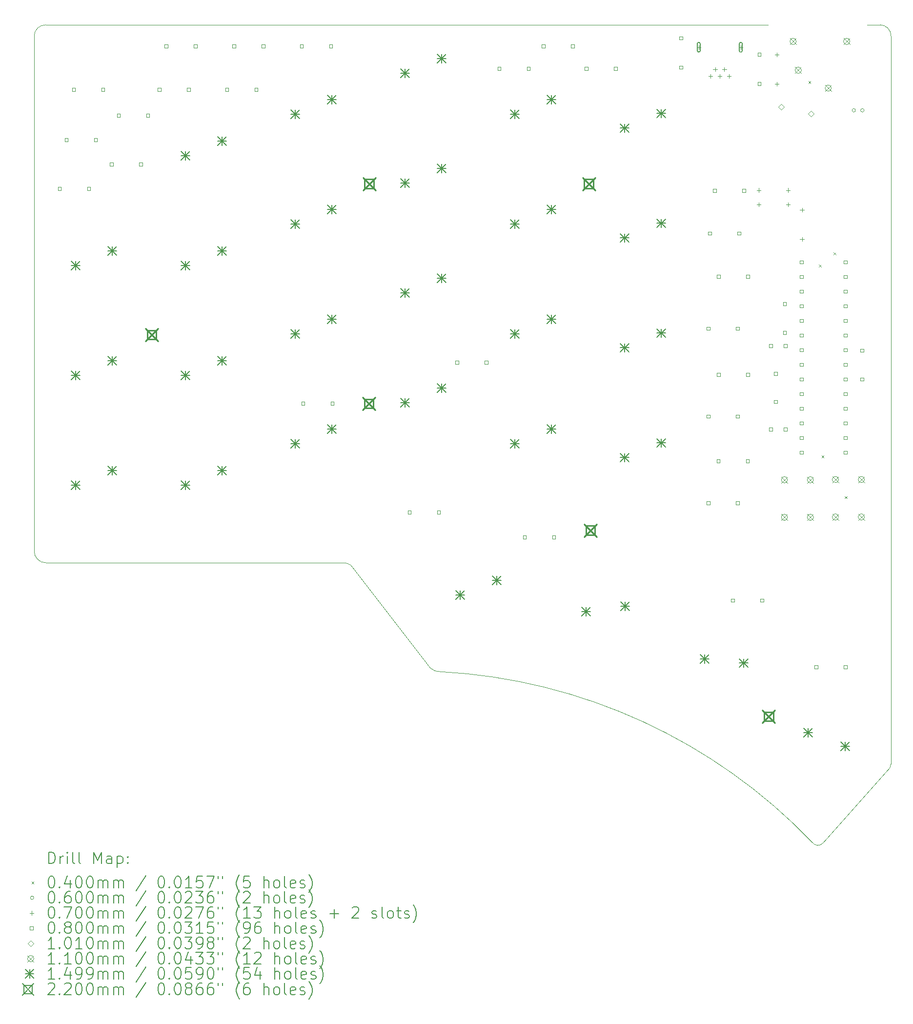
<source format=gbr>
%FSLAX45Y45*%
G04 Gerber Fmt 4.5, Leading zero omitted, Abs format (unit mm)*
G04 Created by KiCad (PCBNEW (6.0.5)) date 2022-10-04 21:39:44*
%MOMM*%
%LPD*%
G01*
G04 APERTURE LIST*
%TA.AperFunction,Profile*%
%ADD10C,0.100000*%
%TD*%
%ADD11C,0.200000*%
%ADD12C,0.040000*%
%ADD13C,0.060000*%
%ADD14C,0.070000*%
%ADD15C,0.080000*%
%ADD16C,0.101000*%
%ADD17C,0.110000*%
%ADD18C,0.149860*%
%ADD19C,0.220000*%
G04 APERTURE END LIST*
D10*
X6123000Y-7274000D02*
X4962000Y-8575000D01*
X4783000Y-8570000D02*
G75*
G03*
X-1674000Y-5604000I-6964601J-6650515D01*
G01*
X6146004Y5417000D02*
G75*
G03*
X5958000Y5617500I-194954J5590D01*
G01*
X6146000Y-7200000D02*
X6146000Y5417000D01*
X-8523000Y5617000D02*
G75*
G03*
X-8723000Y5418000I-2392J-197598D01*
G01*
X-8723000Y-3511000D02*
G75*
G03*
X-8523000Y-3714000I202211J-799D01*
G01*
X-8723000Y5418000D02*
X-8723000Y-3511000D01*
X-8523000Y-3714000D02*
X-3372000Y-3714000D01*
X-3231000Y-3754000D02*
X-1847000Y-5543000D01*
X5958000Y5617500D02*
X5730000Y5620000D01*
X-1847000Y-5543000D02*
G75*
G03*
X-1674000Y-5604000I157834J171807D01*
G01*
X6122999Y-7273999D02*
G75*
G03*
X6146000Y-7200000I-153349J88239D01*
G01*
X4010000Y5620000D02*
X-8523000Y5617000D01*
X4783002Y-8569999D02*
G75*
G03*
X4962000Y-8575000I91418J66179D01*
G01*
X-3231000Y-3754000D02*
G75*
G03*
X-3372000Y-3714000I-133168J-200906D01*
G01*
D11*
D12*
X4710000Y4640000D02*
X4750000Y4600000D01*
X4750000Y4640000D02*
X4710000Y4600000D01*
X4890000Y1460000D02*
X4930000Y1420000D01*
X4930000Y1460000D02*
X4890000Y1420000D01*
X4940000Y-1850000D02*
X4980000Y-1890000D01*
X4980000Y-1850000D02*
X4940000Y-1890000D01*
X5150000Y1670000D02*
X5190000Y1630000D01*
X5190000Y1670000D02*
X5150000Y1630000D01*
X5340000Y-2560000D02*
X5380000Y-2600000D01*
X5380000Y-2560000D02*
X5340000Y-2600000D01*
D13*
X5528120Y4134370D02*
G75*
G03*
X5528120Y4134370I-30000J0D01*
G01*
X5678120Y4134370D02*
G75*
G03*
X5678120Y4134370I-30000J0D01*
G01*
D14*
X2808120Y5264370D02*
X2808120Y5194370D01*
X2773120Y5229370D02*
X2843120Y5229370D01*
D11*
X2783120Y5289370D02*
X2783120Y5169370D01*
X2833120Y5289370D02*
X2833120Y5169370D01*
X2783120Y5169370D02*
G75*
G03*
X2833120Y5169370I25000J0D01*
G01*
X2833120Y5289370D02*
G75*
G03*
X2783120Y5289370I-25000J0D01*
G01*
D14*
X3013120Y4759370D02*
X3013120Y4689370D01*
X2978120Y4724370D02*
X3048120Y4724370D01*
X3093120Y4879370D02*
X3093120Y4809370D01*
X3058120Y4844370D02*
X3128120Y4844370D01*
X3173120Y4759370D02*
X3173120Y4689370D01*
X3138120Y4724370D02*
X3208120Y4724370D01*
X3253120Y4879370D02*
X3253120Y4809370D01*
X3218120Y4844370D02*
X3288120Y4844370D01*
X3333120Y4759370D02*
X3333120Y4689370D01*
X3298120Y4724370D02*
X3368120Y4724370D01*
X3538120Y5264370D02*
X3538120Y5194370D01*
X3503120Y5229370D02*
X3573120Y5229370D01*
D11*
X3513120Y5289370D02*
X3513120Y5169370D01*
X3563120Y5289370D02*
X3563120Y5169370D01*
X3513120Y5169370D02*
G75*
G03*
X3563120Y5169370I25000J0D01*
G01*
X3563120Y5289370D02*
G75*
G03*
X3513120Y5289370I-25000J0D01*
G01*
D14*
X3852000Y2785000D02*
X3852000Y2715000D01*
X3817000Y2750000D02*
X3887000Y2750000D01*
X3852000Y2535000D02*
X3852000Y2465000D01*
X3817000Y2500000D02*
X3887000Y2500000D01*
X4164000Y5133000D02*
X4164000Y5063000D01*
X4129000Y5098000D02*
X4199000Y5098000D01*
X4164000Y4625000D02*
X4164000Y4555000D01*
X4129000Y4590000D02*
X4199000Y4590000D01*
X4360000Y2785000D02*
X4360000Y2715000D01*
X4325000Y2750000D02*
X4395000Y2750000D01*
X4360000Y2535000D02*
X4360000Y2465000D01*
X4325000Y2500000D02*
X4395000Y2500000D01*
X4600000Y2445000D02*
X4600000Y2375000D01*
X4565000Y2410000D02*
X4635000Y2410000D01*
X4600000Y1937000D02*
X4600000Y1867000D01*
X4565000Y1902000D02*
X4635000Y1902000D01*
D15*
X-8253465Y2746716D02*
X-8253465Y2803284D01*
X-8310034Y2803284D01*
X-8310034Y2746716D01*
X-8253465Y2746716D01*
X-8134715Y3596715D02*
X-8134715Y3653284D01*
X-8191284Y3653284D01*
X-8191284Y3596715D01*
X-8134715Y3596715D01*
X-8009715Y4466716D02*
X-8009715Y4523285D01*
X-8066284Y4523285D01*
X-8066284Y4466716D01*
X-8009715Y4466716D01*
X-7745465Y2746716D02*
X-7745465Y2803284D01*
X-7802034Y2803284D01*
X-7802034Y2746716D01*
X-7745465Y2746716D01*
X-7626715Y3596715D02*
X-7626715Y3653284D01*
X-7683284Y3653284D01*
X-7683284Y3596715D01*
X-7626715Y3596715D01*
X-7501715Y4466716D02*
X-7501715Y4523285D01*
X-7558284Y4523285D01*
X-7558284Y4466716D01*
X-7501715Y4466716D01*
X-7349715Y3171715D02*
X-7349715Y3228284D01*
X-7406284Y3228284D01*
X-7406284Y3171715D01*
X-7349715Y3171715D01*
X-7229715Y4016715D02*
X-7229715Y4073284D01*
X-7286284Y4073284D01*
X-7286284Y4016715D01*
X-7229715Y4016715D01*
X-6841715Y3171715D02*
X-6841715Y3228284D01*
X-6898284Y3228284D01*
X-6898284Y3171715D01*
X-6841715Y3171715D01*
X-6721715Y4016715D02*
X-6721715Y4073284D01*
X-6778284Y4073284D01*
X-6778284Y4016715D01*
X-6721715Y4016715D01*
X-6524715Y4466716D02*
X-6524715Y4523285D01*
X-6581284Y4523285D01*
X-6581284Y4466716D01*
X-6524715Y4466716D01*
X-6403465Y5216716D02*
X-6403465Y5273285D01*
X-6460034Y5273285D01*
X-6460034Y5216716D01*
X-6403465Y5216716D01*
X-6016715Y4466716D02*
X-6016715Y4523285D01*
X-6073284Y4523285D01*
X-6073284Y4466716D01*
X-6016715Y4466716D01*
X-5895465Y5216716D02*
X-5895465Y5273285D01*
X-5952034Y5273285D01*
X-5952034Y5216716D01*
X-5895465Y5216716D01*
X-5349716Y4466716D02*
X-5349716Y4523285D01*
X-5406285Y4523285D01*
X-5406285Y4466716D01*
X-5349716Y4466716D01*
X-5229716Y5221716D02*
X-5229716Y5278285D01*
X-5286285Y5278285D01*
X-5286285Y5221716D01*
X-5229716Y5221716D01*
X-4841716Y4466716D02*
X-4841716Y4523285D01*
X-4898285Y4523285D01*
X-4898285Y4466716D01*
X-4841716Y4466716D01*
X-4721716Y5221716D02*
X-4721716Y5278285D01*
X-4778285Y5278285D01*
X-4778285Y5221716D01*
X-4721716Y5221716D01*
X-4054715Y5221716D02*
X-4054715Y5278285D01*
X-4111284Y5278285D01*
X-4111284Y5221716D01*
X-4054715Y5221716D01*
X-4029715Y-978284D02*
X-4029715Y-921715D01*
X-4086284Y-921715D01*
X-4086284Y-978284D01*
X-4029715Y-978284D01*
X-3546715Y5221716D02*
X-3546715Y5278285D01*
X-3603284Y5278285D01*
X-3603284Y5221716D01*
X-3546715Y5221716D01*
X-3521715Y-978284D02*
X-3521715Y-921715D01*
X-3578284Y-921715D01*
X-3578284Y-978284D01*
X-3521715Y-978284D01*
X-2183466Y-2868284D02*
X-2183466Y-2811715D01*
X-2240035Y-2811715D01*
X-2240035Y-2868284D01*
X-2183466Y-2868284D01*
X-1675465Y-2868284D02*
X-1675465Y-2811715D01*
X-1732034Y-2811715D01*
X-1732034Y-2868284D01*
X-1675465Y-2868284D01*
X-1356716Y-268285D02*
X-1356716Y-211715D01*
X-1413284Y-211715D01*
X-1413284Y-268285D01*
X-1356716Y-268285D01*
X-848715Y-268285D02*
X-848715Y-211715D01*
X-905284Y-211715D01*
X-905284Y-268285D01*
X-848715Y-268285D01*
X-626716Y4831716D02*
X-626716Y4888285D01*
X-683285Y4888285D01*
X-683285Y4831716D01*
X-626716Y4831716D01*
X-184715Y-3298284D02*
X-184715Y-3241715D01*
X-241284Y-3241715D01*
X-241284Y-3298284D01*
X-184715Y-3298284D01*
X-118715Y4831716D02*
X-118715Y4888285D01*
X-175284Y4888285D01*
X-175284Y4831716D01*
X-118715Y4831716D01*
X138285Y5216716D02*
X138285Y5273285D01*
X81716Y5273285D01*
X81716Y5216716D01*
X138285Y5216716D01*
X323285Y-3298284D02*
X323285Y-3241715D01*
X266716Y-3241715D01*
X266716Y-3298284D01*
X323285Y-3298284D01*
X646285Y5216716D02*
X646285Y5273285D01*
X589716Y5273285D01*
X589716Y5216716D01*
X646285Y5216716D01*
X883284Y4831716D02*
X883284Y4888285D01*
X826715Y4888285D01*
X826715Y4831716D01*
X883284Y4831716D01*
X1391285Y4831716D02*
X1391285Y4888285D01*
X1334716Y4888285D01*
X1334716Y4831716D01*
X1391285Y4831716D01*
X2528285Y5357966D02*
X2528285Y5414535D01*
X2471716Y5414535D01*
X2471716Y5357966D01*
X2528285Y5357966D01*
X2528285Y4849966D02*
X2528285Y4906535D01*
X2471716Y4906535D01*
X2471716Y4849966D01*
X2528285Y4849966D01*
X3002034Y-2703285D02*
X3002034Y-2646716D01*
X2945465Y-2646716D01*
X2945465Y-2703285D01*
X3002034Y-2703285D01*
X3003914Y321716D02*
X3003914Y378284D01*
X2947345Y378284D01*
X2947345Y321716D01*
X3003914Y321716D01*
X3003914Y-1203285D02*
X3003914Y-1146716D01*
X2947345Y-1146716D01*
X2947345Y-1203285D01*
X3003914Y-1203285D01*
X3028914Y1971715D02*
X3028914Y2028284D01*
X2972345Y2028284D01*
X2972345Y1971715D01*
X3028914Y1971715D01*
X3113284Y2711716D02*
X3113284Y2768285D01*
X3056715Y2768285D01*
X3056715Y2711716D01*
X3113284Y2711716D01*
X3177034Y-1978284D02*
X3177034Y-1921715D01*
X3120465Y-1921715D01*
X3120465Y-1978284D01*
X3177034Y-1978284D01*
X3178914Y1221716D02*
X3178914Y1278285D01*
X3122345Y1278285D01*
X3122345Y1221716D01*
X3178914Y1221716D01*
X3178914Y-478284D02*
X3178914Y-421715D01*
X3122345Y-421715D01*
X3122345Y-478284D01*
X3178914Y-478284D01*
X3425284Y-4393285D02*
X3425284Y-4336716D01*
X3368715Y-4336716D01*
X3368715Y-4393285D01*
X3425284Y-4393285D01*
X3510034Y-2703285D02*
X3510034Y-2646716D01*
X3453465Y-2646716D01*
X3453465Y-2703285D01*
X3510034Y-2703285D01*
X3511914Y321716D02*
X3511914Y378284D01*
X3455345Y378284D01*
X3455345Y321716D01*
X3511914Y321716D01*
X3511914Y-1203285D02*
X3511914Y-1146716D01*
X3455345Y-1146716D01*
X3455345Y-1203285D01*
X3511914Y-1203285D01*
X3536914Y1971715D02*
X3536914Y2028284D01*
X3480345Y2028284D01*
X3480345Y1971715D01*
X3536914Y1971715D01*
X3621284Y2711716D02*
X3621284Y2768285D01*
X3564715Y2768285D01*
X3564715Y2711716D01*
X3621284Y2711716D01*
X3685034Y-1978284D02*
X3685034Y-1921715D01*
X3628465Y-1921715D01*
X3628465Y-1978284D01*
X3685034Y-1978284D01*
X3686914Y1221716D02*
X3686914Y1278285D01*
X3630345Y1278285D01*
X3630345Y1221716D01*
X3686914Y1221716D01*
X3686914Y-478284D02*
X3686914Y-421715D01*
X3630345Y-421715D01*
X3630345Y-478284D01*
X3686914Y-478284D01*
X3886284Y5075716D02*
X3886284Y5132285D01*
X3829715Y5132285D01*
X3829715Y5075716D01*
X3886284Y5075716D01*
X3886284Y4567716D02*
X3886284Y4624285D01*
X3829715Y4624285D01*
X3829715Y4567716D01*
X3886284Y4567716D01*
X3933284Y-4393285D02*
X3933284Y-4336716D01*
X3876715Y-4336716D01*
X3876715Y-4393285D01*
X3933284Y-4393285D01*
X4088284Y21716D02*
X4088284Y78285D01*
X4031715Y78285D01*
X4031715Y21716D01*
X4088284Y21716D01*
X4088284Y-1428284D02*
X4088284Y-1371716D01*
X4031715Y-1371716D01*
X4031715Y-1428284D01*
X4088284Y-1428284D01*
X4168284Y-460284D02*
X4168284Y-403715D01*
X4111715Y-403715D01*
X4111715Y-460284D01*
X4168284Y-460284D01*
X4168284Y-948284D02*
X4168284Y-891715D01*
X4111715Y-891715D01*
X4111715Y-948284D01*
X4168284Y-948284D01*
X4328285Y751715D02*
X4328285Y808284D01*
X4271716Y808284D01*
X4271716Y751715D01*
X4328285Y751715D01*
X4328285Y251715D02*
X4328285Y308285D01*
X4271716Y308285D01*
X4271716Y251715D01*
X4328285Y251715D01*
X4338285Y21716D02*
X4338285Y78285D01*
X4281716Y78285D01*
X4281716Y21716D01*
X4338285Y21716D01*
X4338285Y-1428284D02*
X4338285Y-1371716D01*
X4281716Y-1371716D01*
X4281716Y-1428284D01*
X4338285Y-1428284D01*
X4618285Y1471715D02*
X4618285Y1528284D01*
X4561716Y1528284D01*
X4561716Y1471715D01*
X4618285Y1471715D01*
X4618285Y1217716D02*
X4618285Y1274285D01*
X4561716Y1274285D01*
X4561716Y1217716D01*
X4618285Y1217716D01*
X4618285Y963715D02*
X4618285Y1020284D01*
X4561716Y1020284D01*
X4561716Y963715D01*
X4618285Y963715D01*
X4618285Y709715D02*
X4618285Y766284D01*
X4561716Y766284D01*
X4561716Y709715D01*
X4618285Y709715D01*
X4618285Y455715D02*
X4618285Y512284D01*
X4561716Y512284D01*
X4561716Y455715D01*
X4618285Y455715D01*
X4618285Y201715D02*
X4618285Y258284D01*
X4561716Y258284D01*
X4561716Y201715D01*
X4618285Y201715D01*
X4618285Y-52284D02*
X4618285Y4285D01*
X4561716Y4285D01*
X4561716Y-52284D01*
X4618285Y-52284D01*
X4618285Y-306285D02*
X4618285Y-249715D01*
X4561716Y-249715D01*
X4561716Y-306285D01*
X4618285Y-306285D01*
X4618285Y-560285D02*
X4618285Y-503715D01*
X4561716Y-503715D01*
X4561716Y-560285D01*
X4618285Y-560285D01*
X4618285Y-814284D02*
X4618285Y-757715D01*
X4561716Y-757715D01*
X4561716Y-814284D01*
X4618285Y-814284D01*
X4618285Y-1068285D02*
X4618285Y-1011715D01*
X4561716Y-1011715D01*
X4561716Y-1068285D01*
X4618285Y-1068285D01*
X4618285Y-1322285D02*
X4618285Y-1265716D01*
X4561716Y-1265716D01*
X4561716Y-1322285D01*
X4618285Y-1322285D01*
X4618285Y-1576284D02*
X4618285Y-1519715D01*
X4561716Y-1519715D01*
X4561716Y-1576284D01*
X4618285Y-1576284D01*
X4618285Y-1830284D02*
X4618285Y-1773715D01*
X4561716Y-1773715D01*
X4561716Y-1830284D01*
X4618285Y-1830284D01*
X4875285Y-5548285D02*
X4875285Y-5491716D01*
X4818716Y-5491716D01*
X4818716Y-5548285D01*
X4875285Y-5548285D01*
X5380285Y1471715D02*
X5380285Y1528284D01*
X5323716Y1528284D01*
X5323716Y1471715D01*
X5380285Y1471715D01*
X5380285Y1217716D02*
X5380285Y1274285D01*
X5323716Y1274285D01*
X5323716Y1217716D01*
X5380285Y1217716D01*
X5380285Y963715D02*
X5380285Y1020284D01*
X5323716Y1020284D01*
X5323716Y963715D01*
X5380285Y963715D01*
X5380285Y709715D02*
X5380285Y766284D01*
X5323716Y766284D01*
X5323716Y709715D01*
X5380285Y709715D01*
X5380285Y455715D02*
X5380285Y512284D01*
X5323716Y512284D01*
X5323716Y455715D01*
X5380285Y455715D01*
X5380285Y201715D02*
X5380285Y258284D01*
X5323716Y258284D01*
X5323716Y201715D01*
X5380285Y201715D01*
X5380285Y-52284D02*
X5380285Y4285D01*
X5323716Y4285D01*
X5323716Y-52284D01*
X5380285Y-52284D01*
X5380285Y-306285D02*
X5380285Y-249715D01*
X5323716Y-249715D01*
X5323716Y-306285D01*
X5380285Y-306285D01*
X5380285Y-560285D02*
X5380285Y-503715D01*
X5323716Y-503715D01*
X5323716Y-560285D01*
X5380285Y-560285D01*
X5380285Y-814284D02*
X5380285Y-757715D01*
X5323716Y-757715D01*
X5323716Y-814284D01*
X5380285Y-814284D01*
X5380285Y-1068285D02*
X5380285Y-1011715D01*
X5323716Y-1011715D01*
X5323716Y-1068285D01*
X5380285Y-1068285D01*
X5380285Y-1322285D02*
X5380285Y-1265716D01*
X5323716Y-1265716D01*
X5323716Y-1322285D01*
X5380285Y-1322285D01*
X5380285Y-1576284D02*
X5380285Y-1519715D01*
X5323716Y-1519715D01*
X5323716Y-1576284D01*
X5380285Y-1576284D01*
X5380285Y-1830284D02*
X5380285Y-1773715D01*
X5323716Y-1773715D01*
X5323716Y-1830284D01*
X5380285Y-1830284D01*
X5383285Y-5548285D02*
X5383285Y-5491716D01*
X5326716Y-5491716D01*
X5326716Y-5548285D01*
X5383285Y-5548285D01*
X5668284Y-58284D02*
X5668284Y-1715D01*
X5611715Y-1715D01*
X5611715Y-58284D01*
X5668284Y-58284D01*
X5668284Y-558285D02*
X5668284Y-501715D01*
X5611715Y-501715D01*
X5611715Y-558285D01*
X5668284Y-558285D01*
D16*
X4243120Y4143870D02*
X4293620Y4194370D01*
X4243120Y4244870D01*
X4192620Y4194370D01*
X4243120Y4143870D01*
X4753120Y4023870D02*
X4803620Y4074370D01*
X4753120Y4124870D01*
X4702620Y4074370D01*
X4753120Y4023870D01*
D17*
X4240000Y-2220000D02*
X4350000Y-2330000D01*
X4350000Y-2220000D02*
X4240000Y-2330000D01*
X4350000Y-2275000D02*
G75*
G03*
X4350000Y-2275000I-55000J0D01*
G01*
X4240000Y-2870000D02*
X4350000Y-2980000D01*
X4350000Y-2870000D02*
X4240000Y-2980000D01*
X4350000Y-2925000D02*
G75*
G03*
X4350000Y-2925000I-55000J0D01*
G01*
X4390000Y5385000D02*
X4500000Y5275000D01*
X4500000Y5385000D02*
X4390000Y5275000D01*
X4500000Y5330000D02*
G75*
G03*
X4500000Y5330000I-55000J0D01*
G01*
X4480000Y4885000D02*
X4590000Y4775000D01*
X4590000Y4885000D02*
X4480000Y4775000D01*
X4590000Y4830000D02*
G75*
G03*
X4590000Y4830000I-55000J0D01*
G01*
X4690000Y-2220000D02*
X4800000Y-2330000D01*
X4800000Y-2220000D02*
X4690000Y-2330000D01*
X4800000Y-2275000D02*
G75*
G03*
X4800000Y-2275000I-55000J0D01*
G01*
X4690000Y-2870000D02*
X4800000Y-2980000D01*
X4800000Y-2870000D02*
X4690000Y-2980000D01*
X4800000Y-2925000D02*
G75*
G03*
X4800000Y-2925000I-55000J0D01*
G01*
X5000000Y4575000D02*
X5110000Y4465000D01*
X5110000Y4575000D02*
X5000000Y4465000D01*
X5110000Y4520000D02*
G75*
G03*
X5110000Y4520000I-55000J0D01*
G01*
X5125000Y-2215000D02*
X5235000Y-2325000D01*
X5235000Y-2215000D02*
X5125000Y-2325000D01*
X5235000Y-2270000D02*
G75*
G03*
X5235000Y-2270000I-55000J0D01*
G01*
X5125000Y-2865000D02*
X5235000Y-2975000D01*
X5235000Y-2865000D02*
X5125000Y-2975000D01*
X5235000Y-2920000D02*
G75*
G03*
X5235000Y-2920000I-55000J0D01*
G01*
X5320000Y5385000D02*
X5430000Y5275000D01*
X5430000Y5385000D02*
X5320000Y5275000D01*
X5430000Y5330000D02*
G75*
G03*
X5430000Y5330000I-55000J0D01*
G01*
X5575000Y-2215000D02*
X5685000Y-2325000D01*
X5685000Y-2215000D02*
X5575000Y-2325000D01*
X5685000Y-2270000D02*
G75*
G03*
X5685000Y-2270000I-55000J0D01*
G01*
X5575000Y-2865000D02*
X5685000Y-2975000D01*
X5685000Y-2865000D02*
X5575000Y-2975000D01*
X5685000Y-2920000D02*
G75*
G03*
X5685000Y-2920000I-55000J0D01*
G01*
D18*
X-8075930Y1519560D02*
X-7926070Y1369700D01*
X-7926070Y1519560D02*
X-8075930Y1369700D01*
X-8001000Y1519560D02*
X-8001000Y1369700D01*
X-8075930Y1444630D02*
X-7926070Y1444630D01*
X-8075930Y-385450D02*
X-7926070Y-535310D01*
X-7926070Y-385450D02*
X-8075930Y-535310D01*
X-8001000Y-385450D02*
X-8001000Y-535310D01*
X-8075930Y-460380D02*
X-7926070Y-460380D01*
X-8075930Y-2290450D02*
X-7926070Y-2440310D01*
X-7926070Y-2290450D02*
X-8075930Y-2440310D01*
X-8001000Y-2290450D02*
X-8001000Y-2440310D01*
X-8075930Y-2365380D02*
X-7926070Y-2365380D01*
X-7440930Y1773560D02*
X-7291070Y1623700D01*
X-7291070Y1773560D02*
X-7440930Y1623700D01*
X-7366000Y1773560D02*
X-7366000Y1623700D01*
X-7440930Y1698630D02*
X-7291070Y1698630D01*
X-7440930Y-131450D02*
X-7291070Y-281310D01*
X-7291070Y-131450D02*
X-7440930Y-281310D01*
X-7366000Y-131450D02*
X-7366000Y-281310D01*
X-7440930Y-206380D02*
X-7291070Y-206380D01*
X-7440930Y-2036450D02*
X-7291070Y-2186310D01*
X-7291070Y-2036450D02*
X-7440930Y-2186310D01*
X-7366000Y-2036450D02*
X-7366000Y-2186310D01*
X-7440930Y-2111380D02*
X-7291070Y-2111380D01*
X-6170930Y3424560D02*
X-6021070Y3274700D01*
X-6021070Y3424560D02*
X-6170930Y3274700D01*
X-6096000Y3424560D02*
X-6096000Y3274700D01*
X-6170930Y3349630D02*
X-6021070Y3349630D01*
X-6170930Y1519560D02*
X-6021070Y1369700D01*
X-6021070Y1519560D02*
X-6170930Y1369700D01*
X-6096000Y1519560D02*
X-6096000Y1369700D01*
X-6170930Y1444630D02*
X-6021070Y1444630D01*
X-6170930Y-385450D02*
X-6021070Y-535310D01*
X-6021070Y-385450D02*
X-6170930Y-535310D01*
X-6096000Y-385450D02*
X-6096000Y-535310D01*
X-6170930Y-460380D02*
X-6021070Y-460380D01*
X-6170930Y-2290450D02*
X-6021070Y-2440310D01*
X-6021070Y-2290450D02*
X-6170930Y-2440310D01*
X-6096000Y-2290450D02*
X-6096000Y-2440310D01*
X-6170930Y-2365380D02*
X-6021070Y-2365380D01*
X-5535930Y3678560D02*
X-5386070Y3528700D01*
X-5386070Y3678560D02*
X-5535930Y3528700D01*
X-5461000Y3678560D02*
X-5461000Y3528700D01*
X-5535930Y3603630D02*
X-5386070Y3603630D01*
X-5535930Y1773560D02*
X-5386070Y1623700D01*
X-5386070Y1773560D02*
X-5535930Y1623700D01*
X-5461000Y1773560D02*
X-5461000Y1623700D01*
X-5535930Y1698630D02*
X-5386070Y1698630D01*
X-5535930Y-131450D02*
X-5386070Y-281310D01*
X-5386070Y-131450D02*
X-5535930Y-281310D01*
X-5461000Y-131450D02*
X-5461000Y-281310D01*
X-5535930Y-206380D02*
X-5386070Y-206380D01*
X-5535930Y-2036450D02*
X-5386070Y-2186310D01*
X-5386070Y-2036450D02*
X-5535930Y-2186310D01*
X-5461000Y-2036450D02*
X-5461000Y-2186310D01*
X-5535930Y-2111380D02*
X-5386070Y-2111380D01*
X-4265930Y4138930D02*
X-4116070Y3989070D01*
X-4116070Y4138930D02*
X-4265930Y3989070D01*
X-4191000Y4138930D02*
X-4191000Y3989070D01*
X-4265930Y4064000D02*
X-4116070Y4064000D01*
X-4265930Y2233930D02*
X-4116070Y2084070D01*
X-4116070Y2233930D02*
X-4265930Y2084070D01*
X-4191000Y2233930D02*
X-4191000Y2084070D01*
X-4265930Y2159000D02*
X-4116070Y2159000D01*
X-4265930Y328930D02*
X-4116070Y179070D01*
X-4116070Y328930D02*
X-4265930Y179070D01*
X-4191000Y328930D02*
X-4191000Y179070D01*
X-4265930Y254000D02*
X-4116070Y254000D01*
X-4265930Y-1576070D02*
X-4116070Y-1725930D01*
X-4116070Y-1576070D02*
X-4265930Y-1725930D01*
X-4191000Y-1576070D02*
X-4191000Y-1725930D01*
X-4265930Y-1651000D02*
X-4116070Y-1651000D01*
X-3630930Y4392930D02*
X-3481070Y4243070D01*
X-3481070Y4392930D02*
X-3630930Y4243070D01*
X-3556000Y4392930D02*
X-3556000Y4243070D01*
X-3630930Y4318000D02*
X-3481070Y4318000D01*
X-3630930Y2487930D02*
X-3481070Y2338070D01*
X-3481070Y2487930D02*
X-3630930Y2338070D01*
X-3556000Y2487930D02*
X-3556000Y2338070D01*
X-3630930Y2413000D02*
X-3481070Y2413000D01*
X-3630930Y582930D02*
X-3481070Y433070D01*
X-3481070Y582930D02*
X-3630930Y433070D01*
X-3556000Y582930D02*
X-3556000Y433070D01*
X-3630930Y508000D02*
X-3481070Y508000D01*
X-3630930Y-1322070D02*
X-3481070Y-1471930D01*
X-3481070Y-1322070D02*
X-3630930Y-1471930D01*
X-3556000Y-1322070D02*
X-3556000Y-1471930D01*
X-3630930Y-1397000D02*
X-3481070Y-1397000D01*
X-2360930Y4853310D02*
X-2211070Y4703450D01*
X-2211070Y4853310D02*
X-2360930Y4703450D01*
X-2286000Y4853310D02*
X-2286000Y4703450D01*
X-2360930Y4778380D02*
X-2211070Y4778380D01*
X-2360930Y2948310D02*
X-2211070Y2798450D01*
X-2211070Y2948310D02*
X-2360930Y2798450D01*
X-2286000Y2948310D02*
X-2286000Y2798450D01*
X-2360930Y2873380D02*
X-2211070Y2873380D01*
X-2360930Y1043310D02*
X-2211070Y893450D01*
X-2211070Y1043310D02*
X-2360930Y893450D01*
X-2286000Y1043310D02*
X-2286000Y893450D01*
X-2360930Y968380D02*
X-2211070Y968380D01*
X-2360930Y-861700D02*
X-2211070Y-1011560D01*
X-2211070Y-861700D02*
X-2360930Y-1011560D01*
X-2286000Y-861700D02*
X-2286000Y-1011560D01*
X-2360930Y-936630D02*
X-2211070Y-936630D01*
X-1725930Y5107310D02*
X-1576070Y4957450D01*
X-1576070Y5107310D02*
X-1725930Y4957450D01*
X-1651000Y5107310D02*
X-1651000Y4957450D01*
X-1725930Y5032380D02*
X-1576070Y5032380D01*
X-1725930Y3202310D02*
X-1576070Y3052450D01*
X-1576070Y3202310D02*
X-1725930Y3052450D01*
X-1651000Y3202310D02*
X-1651000Y3052450D01*
X-1725930Y3127380D02*
X-1576070Y3127380D01*
X-1725930Y1297310D02*
X-1576070Y1147450D01*
X-1576070Y1297310D02*
X-1725930Y1147450D01*
X-1651000Y1297310D02*
X-1651000Y1147450D01*
X-1725930Y1222380D02*
X-1576070Y1222380D01*
X-1725930Y-607700D02*
X-1576070Y-757560D01*
X-1576070Y-607700D02*
X-1725930Y-757560D01*
X-1651000Y-607700D02*
X-1651000Y-757560D01*
X-1725930Y-682630D02*
X-1576070Y-682630D01*
X-1408430Y-4195450D02*
X-1258570Y-4345310D01*
X-1258570Y-4195450D02*
X-1408430Y-4345310D01*
X-1333500Y-4195450D02*
X-1333500Y-4345310D01*
X-1408430Y-4270380D02*
X-1258570Y-4270380D01*
X-773430Y-3941450D02*
X-623570Y-4091310D01*
X-623570Y-3941450D02*
X-773430Y-4091310D01*
X-698500Y-3941450D02*
X-698500Y-4091310D01*
X-773430Y-4016380D02*
X-623570Y-4016380D01*
X-455930Y4138930D02*
X-306070Y3989070D01*
X-306070Y4138930D02*
X-455930Y3989070D01*
X-381000Y4138930D02*
X-381000Y3989070D01*
X-455930Y4064000D02*
X-306070Y4064000D01*
X-455930Y2233930D02*
X-306070Y2084070D01*
X-306070Y2233930D02*
X-455930Y2084070D01*
X-381000Y2233930D02*
X-381000Y2084070D01*
X-455930Y2159000D02*
X-306070Y2159000D01*
X-455930Y328930D02*
X-306070Y179070D01*
X-306070Y328930D02*
X-455930Y179070D01*
X-381000Y328930D02*
X-381000Y179070D01*
X-455930Y254000D02*
X-306070Y254000D01*
X-455930Y-1576070D02*
X-306070Y-1725930D01*
X-306070Y-1576070D02*
X-455930Y-1725930D01*
X-381000Y-1576070D02*
X-381000Y-1725930D01*
X-455930Y-1651000D02*
X-306070Y-1651000D01*
X179070Y4392930D02*
X328930Y4243070D01*
X328930Y4392930D02*
X179070Y4243070D01*
X254000Y4392930D02*
X254000Y4243070D01*
X179070Y4318000D02*
X328930Y4318000D01*
X179070Y2487930D02*
X328930Y2338070D01*
X328930Y2487930D02*
X179070Y2338070D01*
X254000Y2487930D02*
X254000Y2338070D01*
X179070Y2413000D02*
X328930Y2413000D01*
X179070Y582930D02*
X328930Y433070D01*
X328930Y582930D02*
X179070Y433070D01*
X254000Y582930D02*
X254000Y433070D01*
X179070Y508000D02*
X328930Y508000D01*
X179070Y-1322070D02*
X328930Y-1471930D01*
X328930Y-1322070D02*
X179070Y-1471930D01*
X254000Y-1322070D02*
X254000Y-1471930D01*
X179070Y-1397000D02*
X328930Y-1397000D01*
X779955Y-4488073D02*
X929815Y-4637933D01*
X929815Y-4488073D02*
X779955Y-4637933D01*
X854885Y-4488073D02*
X854885Y-4637933D01*
X779955Y-4563003D02*
X929815Y-4563003D01*
X1449070Y3900810D02*
X1598930Y3750950D01*
X1598930Y3900810D02*
X1449070Y3750950D01*
X1524000Y3900810D02*
X1524000Y3750950D01*
X1449070Y3825880D02*
X1598930Y3825880D01*
X1449070Y1995810D02*
X1598930Y1845950D01*
X1598930Y1995810D02*
X1449070Y1845950D01*
X1524000Y1995810D02*
X1524000Y1845950D01*
X1449070Y1920880D02*
X1598930Y1920880D01*
X1449070Y90800D02*
X1598930Y-59060D01*
X1598930Y90800D02*
X1449070Y-59060D01*
X1524000Y90800D02*
X1524000Y-59060D01*
X1449070Y15870D02*
X1598930Y15870D01*
X1449070Y-1814200D02*
X1598930Y-1964060D01*
X1598930Y-1814200D02*
X1449070Y-1964060D01*
X1524000Y-1814200D02*
X1524000Y-1964060D01*
X1449070Y-1889130D02*
X1598930Y-1889130D01*
X1457541Y-4395238D02*
X1607401Y-4545098D01*
X1607401Y-4395238D02*
X1457541Y-4545098D01*
X1532471Y-4395238D02*
X1532471Y-4545098D01*
X1457541Y-4470168D02*
X1607401Y-4470168D01*
X2084070Y4154810D02*
X2233930Y4004950D01*
X2233930Y4154810D02*
X2084070Y4004950D01*
X2159000Y4154810D02*
X2159000Y4004950D01*
X2084070Y4079880D02*
X2233930Y4079880D01*
X2084070Y2249810D02*
X2233930Y2099950D01*
X2233930Y2249810D02*
X2084070Y2099950D01*
X2159000Y2249810D02*
X2159000Y2099950D01*
X2084070Y2174880D02*
X2233930Y2174880D01*
X2084070Y344800D02*
X2233930Y194940D01*
X2233930Y344800D02*
X2084070Y194940D01*
X2159000Y344800D02*
X2159000Y194940D01*
X2084070Y269870D02*
X2233930Y269870D01*
X2084070Y-1560200D02*
X2233930Y-1710060D01*
X2233930Y-1560200D02*
X2084070Y-1710060D01*
X2159000Y-1560200D02*
X2159000Y-1710060D01*
X2084070Y-1635130D02*
X2233930Y-1635130D01*
X2835033Y-5304563D02*
X2984893Y-5454423D01*
X2984893Y-5304563D02*
X2835033Y-5454423D01*
X2909963Y-5304563D02*
X2909963Y-5454423D01*
X2835033Y-5379493D02*
X2984893Y-5379493D01*
X3514950Y-5378408D02*
X3664810Y-5528268D01*
X3664810Y-5378408D02*
X3514950Y-5528268D01*
X3589880Y-5378408D02*
X3589880Y-5528268D01*
X3514950Y-5453338D02*
X3664810Y-5453338D01*
X4632011Y-6587002D02*
X4781871Y-6736862D01*
X4781871Y-6587002D02*
X4632011Y-6736862D01*
X4706941Y-6587002D02*
X4706941Y-6736862D01*
X4632011Y-6661932D02*
X4781871Y-6661932D01*
X5273867Y-6823142D02*
X5423727Y-6973002D01*
X5423727Y-6823142D02*
X5273867Y-6973002D01*
X5348797Y-6823142D02*
X5348797Y-6973002D01*
X5273867Y-6898072D02*
X5423727Y-6898072D01*
D19*
X-6790000Y350000D02*
X-6570000Y130000D01*
X-6570000Y350000D02*
X-6790000Y130000D01*
X-6602217Y162218D02*
X-6602217Y317783D01*
X-6757782Y317783D01*
X-6757782Y162218D01*
X-6602217Y162218D01*
X-3025000Y-845000D02*
X-2805000Y-1065000D01*
X-2805000Y-845000D02*
X-3025000Y-1065000D01*
X-2837217Y-1032782D02*
X-2837217Y-877217D01*
X-2992782Y-877217D01*
X-2992782Y-1032782D01*
X-2837217Y-1032782D01*
X-3019000Y2969000D02*
X-2799000Y2749000D01*
X-2799000Y2969000D02*
X-3019000Y2749000D01*
X-2831217Y2781218D02*
X-2831217Y2936782D01*
X-2986782Y2936782D01*
X-2986782Y2781218D01*
X-2831217Y2781218D01*
X790000Y2970000D02*
X1010000Y2750000D01*
X1010000Y2970000D02*
X790000Y2750000D01*
X977782Y2782218D02*
X977782Y2937782D01*
X822217Y2937782D01*
X822217Y2782218D01*
X977782Y2782218D01*
X820000Y-3042000D02*
X1040000Y-3262000D01*
X1040000Y-3042000D02*
X820000Y-3262000D01*
X1007782Y-3229782D02*
X1007782Y-3074217D01*
X852217Y-3074217D01*
X852217Y-3229782D01*
X1007782Y-3229782D01*
X3913000Y-6272000D02*
X4133000Y-6492000D01*
X4133000Y-6272000D02*
X3913000Y-6492000D01*
X4100782Y-6459782D02*
X4100782Y-6304217D01*
X3945217Y-6304217D01*
X3945217Y-6459782D01*
X4100782Y-6459782D01*
D11*
X-8470386Y-8932154D02*
X-8470386Y-8732154D01*
X-8422767Y-8732154D01*
X-8394195Y-8741678D01*
X-8375148Y-8760725D01*
X-8365624Y-8779773D01*
X-8356100Y-8817868D01*
X-8356100Y-8846440D01*
X-8365624Y-8884535D01*
X-8375148Y-8903582D01*
X-8394195Y-8922630D01*
X-8422767Y-8932154D01*
X-8470386Y-8932154D01*
X-8270386Y-8932154D02*
X-8270386Y-8798820D01*
X-8270386Y-8836916D02*
X-8260862Y-8817868D01*
X-8251338Y-8808344D01*
X-8232291Y-8798820D01*
X-8213243Y-8798820D01*
X-8146576Y-8932154D02*
X-8146576Y-8798820D01*
X-8146576Y-8732154D02*
X-8156100Y-8741678D01*
X-8146576Y-8751201D01*
X-8137053Y-8741678D01*
X-8146576Y-8732154D01*
X-8146576Y-8751201D01*
X-8022767Y-8932154D02*
X-8041814Y-8922630D01*
X-8051338Y-8903582D01*
X-8051338Y-8732154D01*
X-7918005Y-8932154D02*
X-7937053Y-8922630D01*
X-7946576Y-8903582D01*
X-7946576Y-8732154D01*
X-7689433Y-8932154D02*
X-7689433Y-8732154D01*
X-7622767Y-8875011D01*
X-7556100Y-8732154D01*
X-7556100Y-8932154D01*
X-7375148Y-8932154D02*
X-7375148Y-8827392D01*
X-7384672Y-8808344D01*
X-7403719Y-8798820D01*
X-7441814Y-8798820D01*
X-7460862Y-8808344D01*
X-7375148Y-8922630D02*
X-7394195Y-8932154D01*
X-7441814Y-8932154D01*
X-7460862Y-8922630D01*
X-7470386Y-8903582D01*
X-7470386Y-8884535D01*
X-7460862Y-8865487D01*
X-7441814Y-8855963D01*
X-7394195Y-8855963D01*
X-7375148Y-8846440D01*
X-7279910Y-8798820D02*
X-7279910Y-8998820D01*
X-7279910Y-8808344D02*
X-7260862Y-8798820D01*
X-7222767Y-8798820D01*
X-7203719Y-8808344D01*
X-7194195Y-8817868D01*
X-7184672Y-8836916D01*
X-7184672Y-8894059D01*
X-7194195Y-8913106D01*
X-7203719Y-8922630D01*
X-7222767Y-8932154D01*
X-7260862Y-8932154D01*
X-7279910Y-8922630D01*
X-7098957Y-8913106D02*
X-7089433Y-8922630D01*
X-7098957Y-8932154D01*
X-7108481Y-8922630D01*
X-7098957Y-8913106D01*
X-7098957Y-8932154D01*
X-7098957Y-8808344D02*
X-7089433Y-8817868D01*
X-7098957Y-8827392D01*
X-7108481Y-8817868D01*
X-7098957Y-8808344D01*
X-7098957Y-8827392D01*
D12*
X-8768005Y-9241678D02*
X-8728005Y-9281678D01*
X-8728005Y-9241678D02*
X-8768005Y-9281678D01*
D11*
X-8432291Y-9152154D02*
X-8413243Y-9152154D01*
X-8394195Y-9161678D01*
X-8384672Y-9171201D01*
X-8375148Y-9190249D01*
X-8365624Y-9228344D01*
X-8365624Y-9275963D01*
X-8375148Y-9314059D01*
X-8384672Y-9333106D01*
X-8394195Y-9342630D01*
X-8413243Y-9352154D01*
X-8432291Y-9352154D01*
X-8451338Y-9342630D01*
X-8460862Y-9333106D01*
X-8470386Y-9314059D01*
X-8479910Y-9275963D01*
X-8479910Y-9228344D01*
X-8470386Y-9190249D01*
X-8460862Y-9171201D01*
X-8451338Y-9161678D01*
X-8432291Y-9152154D01*
X-8279910Y-9333106D02*
X-8270386Y-9342630D01*
X-8279910Y-9352154D01*
X-8289433Y-9342630D01*
X-8279910Y-9333106D01*
X-8279910Y-9352154D01*
X-8098957Y-9218820D02*
X-8098957Y-9352154D01*
X-8146576Y-9142630D02*
X-8194195Y-9285487D01*
X-8070386Y-9285487D01*
X-7956100Y-9152154D02*
X-7937053Y-9152154D01*
X-7918005Y-9161678D01*
X-7908481Y-9171201D01*
X-7898957Y-9190249D01*
X-7889433Y-9228344D01*
X-7889433Y-9275963D01*
X-7898957Y-9314059D01*
X-7908481Y-9333106D01*
X-7918005Y-9342630D01*
X-7937053Y-9352154D01*
X-7956100Y-9352154D01*
X-7975148Y-9342630D01*
X-7984672Y-9333106D01*
X-7994195Y-9314059D01*
X-8003719Y-9275963D01*
X-8003719Y-9228344D01*
X-7994195Y-9190249D01*
X-7984672Y-9171201D01*
X-7975148Y-9161678D01*
X-7956100Y-9152154D01*
X-7765624Y-9152154D02*
X-7746576Y-9152154D01*
X-7727529Y-9161678D01*
X-7718005Y-9171201D01*
X-7708481Y-9190249D01*
X-7698957Y-9228344D01*
X-7698957Y-9275963D01*
X-7708481Y-9314059D01*
X-7718005Y-9333106D01*
X-7727529Y-9342630D01*
X-7746576Y-9352154D01*
X-7765624Y-9352154D01*
X-7784672Y-9342630D01*
X-7794195Y-9333106D01*
X-7803719Y-9314059D01*
X-7813243Y-9275963D01*
X-7813243Y-9228344D01*
X-7803719Y-9190249D01*
X-7794195Y-9171201D01*
X-7784672Y-9161678D01*
X-7765624Y-9152154D01*
X-7613243Y-9352154D02*
X-7613243Y-9218820D01*
X-7613243Y-9237868D02*
X-7603719Y-9228344D01*
X-7584672Y-9218820D01*
X-7556100Y-9218820D01*
X-7537053Y-9228344D01*
X-7527529Y-9247392D01*
X-7527529Y-9352154D01*
X-7527529Y-9247392D02*
X-7518005Y-9228344D01*
X-7498957Y-9218820D01*
X-7470386Y-9218820D01*
X-7451338Y-9228344D01*
X-7441814Y-9247392D01*
X-7441814Y-9352154D01*
X-7346576Y-9352154D02*
X-7346576Y-9218820D01*
X-7346576Y-9237868D02*
X-7337053Y-9228344D01*
X-7318005Y-9218820D01*
X-7289433Y-9218820D01*
X-7270386Y-9228344D01*
X-7260862Y-9247392D01*
X-7260862Y-9352154D01*
X-7260862Y-9247392D02*
X-7251338Y-9228344D01*
X-7232291Y-9218820D01*
X-7203719Y-9218820D01*
X-7184672Y-9228344D01*
X-7175148Y-9247392D01*
X-7175148Y-9352154D01*
X-6784672Y-9142630D02*
X-6956100Y-9399773D01*
X-6527529Y-9152154D02*
X-6508481Y-9152154D01*
X-6489433Y-9161678D01*
X-6479910Y-9171201D01*
X-6470386Y-9190249D01*
X-6460862Y-9228344D01*
X-6460862Y-9275963D01*
X-6470386Y-9314059D01*
X-6479910Y-9333106D01*
X-6489433Y-9342630D01*
X-6508481Y-9352154D01*
X-6527529Y-9352154D01*
X-6546576Y-9342630D01*
X-6556100Y-9333106D01*
X-6565624Y-9314059D01*
X-6575148Y-9275963D01*
X-6575148Y-9228344D01*
X-6565624Y-9190249D01*
X-6556100Y-9171201D01*
X-6546576Y-9161678D01*
X-6527529Y-9152154D01*
X-6375148Y-9333106D02*
X-6365624Y-9342630D01*
X-6375148Y-9352154D01*
X-6384672Y-9342630D01*
X-6375148Y-9333106D01*
X-6375148Y-9352154D01*
X-6241814Y-9152154D02*
X-6222767Y-9152154D01*
X-6203719Y-9161678D01*
X-6194195Y-9171201D01*
X-6184672Y-9190249D01*
X-6175148Y-9228344D01*
X-6175148Y-9275963D01*
X-6184672Y-9314059D01*
X-6194195Y-9333106D01*
X-6203719Y-9342630D01*
X-6222767Y-9352154D01*
X-6241814Y-9352154D01*
X-6260862Y-9342630D01*
X-6270386Y-9333106D01*
X-6279910Y-9314059D01*
X-6289433Y-9275963D01*
X-6289433Y-9228344D01*
X-6279910Y-9190249D01*
X-6270386Y-9171201D01*
X-6260862Y-9161678D01*
X-6241814Y-9152154D01*
X-5984672Y-9352154D02*
X-6098957Y-9352154D01*
X-6041814Y-9352154D02*
X-6041814Y-9152154D01*
X-6060862Y-9180725D01*
X-6079910Y-9199773D01*
X-6098957Y-9209297D01*
X-5803719Y-9152154D02*
X-5898957Y-9152154D01*
X-5908481Y-9247392D01*
X-5898957Y-9237868D01*
X-5879910Y-9228344D01*
X-5832291Y-9228344D01*
X-5813243Y-9237868D01*
X-5803719Y-9247392D01*
X-5794195Y-9266440D01*
X-5794195Y-9314059D01*
X-5803719Y-9333106D01*
X-5813243Y-9342630D01*
X-5832291Y-9352154D01*
X-5879910Y-9352154D01*
X-5898957Y-9342630D01*
X-5908481Y-9333106D01*
X-5727529Y-9152154D02*
X-5594195Y-9152154D01*
X-5679910Y-9352154D01*
X-5527529Y-9152154D02*
X-5527529Y-9190249D01*
X-5451338Y-9152154D02*
X-5451338Y-9190249D01*
X-5156100Y-9428344D02*
X-5165624Y-9418820D01*
X-5184672Y-9390249D01*
X-5194195Y-9371201D01*
X-5203719Y-9342630D01*
X-5213243Y-9295011D01*
X-5213243Y-9256916D01*
X-5203719Y-9209297D01*
X-5194195Y-9180725D01*
X-5184672Y-9161678D01*
X-5165624Y-9133106D01*
X-5156100Y-9123582D01*
X-4984672Y-9152154D02*
X-5079910Y-9152154D01*
X-5089434Y-9247392D01*
X-5079910Y-9237868D01*
X-5060862Y-9228344D01*
X-5013243Y-9228344D01*
X-4994195Y-9237868D01*
X-4984672Y-9247392D01*
X-4975148Y-9266440D01*
X-4975148Y-9314059D01*
X-4984672Y-9333106D01*
X-4994195Y-9342630D01*
X-5013243Y-9352154D01*
X-5060862Y-9352154D01*
X-5079910Y-9342630D01*
X-5089434Y-9333106D01*
X-4737053Y-9352154D02*
X-4737053Y-9152154D01*
X-4651338Y-9352154D02*
X-4651338Y-9247392D01*
X-4660862Y-9228344D01*
X-4679910Y-9218820D01*
X-4708481Y-9218820D01*
X-4727529Y-9228344D01*
X-4737053Y-9237868D01*
X-4527529Y-9352154D02*
X-4546576Y-9342630D01*
X-4556100Y-9333106D01*
X-4565624Y-9314059D01*
X-4565624Y-9256916D01*
X-4556100Y-9237868D01*
X-4546576Y-9228344D01*
X-4527529Y-9218820D01*
X-4498957Y-9218820D01*
X-4479910Y-9228344D01*
X-4470386Y-9237868D01*
X-4460862Y-9256916D01*
X-4460862Y-9314059D01*
X-4470386Y-9333106D01*
X-4479910Y-9342630D01*
X-4498957Y-9352154D01*
X-4527529Y-9352154D01*
X-4346576Y-9352154D02*
X-4365624Y-9342630D01*
X-4375148Y-9323582D01*
X-4375148Y-9152154D01*
X-4194195Y-9342630D02*
X-4213243Y-9352154D01*
X-4251338Y-9352154D01*
X-4270386Y-9342630D01*
X-4279910Y-9323582D01*
X-4279910Y-9247392D01*
X-4270386Y-9228344D01*
X-4251338Y-9218820D01*
X-4213243Y-9218820D01*
X-4194195Y-9228344D01*
X-4184672Y-9247392D01*
X-4184672Y-9266440D01*
X-4279910Y-9285487D01*
X-4108481Y-9342630D02*
X-4089433Y-9352154D01*
X-4051338Y-9352154D01*
X-4032291Y-9342630D01*
X-4022767Y-9323582D01*
X-4022767Y-9314059D01*
X-4032291Y-9295011D01*
X-4051338Y-9285487D01*
X-4079910Y-9285487D01*
X-4098957Y-9275963D01*
X-4108481Y-9256916D01*
X-4108481Y-9247392D01*
X-4098957Y-9228344D01*
X-4079910Y-9218820D01*
X-4051338Y-9218820D01*
X-4032291Y-9228344D01*
X-3956100Y-9428344D02*
X-3946576Y-9418820D01*
X-3927529Y-9390249D01*
X-3918005Y-9371201D01*
X-3908481Y-9342630D01*
X-3898957Y-9295011D01*
X-3898957Y-9256916D01*
X-3908481Y-9209297D01*
X-3918005Y-9180725D01*
X-3927529Y-9161678D01*
X-3946576Y-9133106D01*
X-3956100Y-9123582D01*
D13*
X-8728005Y-9525678D02*
G75*
G03*
X-8728005Y-9525678I-30000J0D01*
G01*
D11*
X-8432291Y-9416154D02*
X-8413243Y-9416154D01*
X-8394195Y-9425678D01*
X-8384672Y-9435201D01*
X-8375148Y-9454249D01*
X-8365624Y-9492344D01*
X-8365624Y-9539963D01*
X-8375148Y-9578059D01*
X-8384672Y-9597106D01*
X-8394195Y-9606630D01*
X-8413243Y-9616154D01*
X-8432291Y-9616154D01*
X-8451338Y-9606630D01*
X-8460862Y-9597106D01*
X-8470386Y-9578059D01*
X-8479910Y-9539963D01*
X-8479910Y-9492344D01*
X-8470386Y-9454249D01*
X-8460862Y-9435201D01*
X-8451338Y-9425678D01*
X-8432291Y-9416154D01*
X-8279910Y-9597106D02*
X-8270386Y-9606630D01*
X-8279910Y-9616154D01*
X-8289433Y-9606630D01*
X-8279910Y-9597106D01*
X-8279910Y-9616154D01*
X-8098957Y-9416154D02*
X-8137053Y-9416154D01*
X-8156100Y-9425678D01*
X-8165624Y-9435201D01*
X-8184672Y-9463773D01*
X-8194195Y-9501868D01*
X-8194195Y-9578059D01*
X-8184672Y-9597106D01*
X-8175148Y-9606630D01*
X-8156100Y-9616154D01*
X-8118005Y-9616154D01*
X-8098957Y-9606630D01*
X-8089433Y-9597106D01*
X-8079910Y-9578059D01*
X-8079910Y-9530440D01*
X-8089433Y-9511392D01*
X-8098957Y-9501868D01*
X-8118005Y-9492344D01*
X-8156100Y-9492344D01*
X-8175148Y-9501868D01*
X-8184672Y-9511392D01*
X-8194195Y-9530440D01*
X-7956100Y-9416154D02*
X-7937053Y-9416154D01*
X-7918005Y-9425678D01*
X-7908481Y-9435201D01*
X-7898957Y-9454249D01*
X-7889433Y-9492344D01*
X-7889433Y-9539963D01*
X-7898957Y-9578059D01*
X-7908481Y-9597106D01*
X-7918005Y-9606630D01*
X-7937053Y-9616154D01*
X-7956100Y-9616154D01*
X-7975148Y-9606630D01*
X-7984672Y-9597106D01*
X-7994195Y-9578059D01*
X-8003719Y-9539963D01*
X-8003719Y-9492344D01*
X-7994195Y-9454249D01*
X-7984672Y-9435201D01*
X-7975148Y-9425678D01*
X-7956100Y-9416154D01*
X-7765624Y-9416154D02*
X-7746576Y-9416154D01*
X-7727529Y-9425678D01*
X-7718005Y-9435201D01*
X-7708481Y-9454249D01*
X-7698957Y-9492344D01*
X-7698957Y-9539963D01*
X-7708481Y-9578059D01*
X-7718005Y-9597106D01*
X-7727529Y-9606630D01*
X-7746576Y-9616154D01*
X-7765624Y-9616154D01*
X-7784672Y-9606630D01*
X-7794195Y-9597106D01*
X-7803719Y-9578059D01*
X-7813243Y-9539963D01*
X-7813243Y-9492344D01*
X-7803719Y-9454249D01*
X-7794195Y-9435201D01*
X-7784672Y-9425678D01*
X-7765624Y-9416154D01*
X-7613243Y-9616154D02*
X-7613243Y-9482820D01*
X-7613243Y-9501868D02*
X-7603719Y-9492344D01*
X-7584672Y-9482820D01*
X-7556100Y-9482820D01*
X-7537053Y-9492344D01*
X-7527529Y-9511392D01*
X-7527529Y-9616154D01*
X-7527529Y-9511392D02*
X-7518005Y-9492344D01*
X-7498957Y-9482820D01*
X-7470386Y-9482820D01*
X-7451338Y-9492344D01*
X-7441814Y-9511392D01*
X-7441814Y-9616154D01*
X-7346576Y-9616154D02*
X-7346576Y-9482820D01*
X-7346576Y-9501868D02*
X-7337053Y-9492344D01*
X-7318005Y-9482820D01*
X-7289433Y-9482820D01*
X-7270386Y-9492344D01*
X-7260862Y-9511392D01*
X-7260862Y-9616154D01*
X-7260862Y-9511392D02*
X-7251338Y-9492344D01*
X-7232291Y-9482820D01*
X-7203719Y-9482820D01*
X-7184672Y-9492344D01*
X-7175148Y-9511392D01*
X-7175148Y-9616154D01*
X-6784672Y-9406630D02*
X-6956100Y-9663773D01*
X-6527529Y-9416154D02*
X-6508481Y-9416154D01*
X-6489433Y-9425678D01*
X-6479910Y-9435201D01*
X-6470386Y-9454249D01*
X-6460862Y-9492344D01*
X-6460862Y-9539963D01*
X-6470386Y-9578059D01*
X-6479910Y-9597106D01*
X-6489433Y-9606630D01*
X-6508481Y-9616154D01*
X-6527529Y-9616154D01*
X-6546576Y-9606630D01*
X-6556100Y-9597106D01*
X-6565624Y-9578059D01*
X-6575148Y-9539963D01*
X-6575148Y-9492344D01*
X-6565624Y-9454249D01*
X-6556100Y-9435201D01*
X-6546576Y-9425678D01*
X-6527529Y-9416154D01*
X-6375148Y-9597106D02*
X-6365624Y-9606630D01*
X-6375148Y-9616154D01*
X-6384672Y-9606630D01*
X-6375148Y-9597106D01*
X-6375148Y-9616154D01*
X-6241814Y-9416154D02*
X-6222767Y-9416154D01*
X-6203719Y-9425678D01*
X-6194195Y-9435201D01*
X-6184672Y-9454249D01*
X-6175148Y-9492344D01*
X-6175148Y-9539963D01*
X-6184672Y-9578059D01*
X-6194195Y-9597106D01*
X-6203719Y-9606630D01*
X-6222767Y-9616154D01*
X-6241814Y-9616154D01*
X-6260862Y-9606630D01*
X-6270386Y-9597106D01*
X-6279910Y-9578059D01*
X-6289433Y-9539963D01*
X-6289433Y-9492344D01*
X-6279910Y-9454249D01*
X-6270386Y-9435201D01*
X-6260862Y-9425678D01*
X-6241814Y-9416154D01*
X-6098957Y-9435201D02*
X-6089433Y-9425678D01*
X-6070386Y-9416154D01*
X-6022767Y-9416154D01*
X-6003719Y-9425678D01*
X-5994195Y-9435201D01*
X-5984672Y-9454249D01*
X-5984672Y-9473297D01*
X-5994195Y-9501868D01*
X-6108481Y-9616154D01*
X-5984672Y-9616154D01*
X-5918005Y-9416154D02*
X-5794195Y-9416154D01*
X-5860862Y-9492344D01*
X-5832291Y-9492344D01*
X-5813243Y-9501868D01*
X-5803719Y-9511392D01*
X-5794195Y-9530440D01*
X-5794195Y-9578059D01*
X-5803719Y-9597106D01*
X-5813243Y-9606630D01*
X-5832291Y-9616154D01*
X-5889433Y-9616154D01*
X-5908481Y-9606630D01*
X-5918005Y-9597106D01*
X-5622767Y-9416154D02*
X-5660862Y-9416154D01*
X-5679910Y-9425678D01*
X-5689433Y-9435201D01*
X-5708481Y-9463773D01*
X-5718005Y-9501868D01*
X-5718005Y-9578059D01*
X-5708481Y-9597106D01*
X-5698957Y-9606630D01*
X-5679910Y-9616154D01*
X-5641814Y-9616154D01*
X-5622767Y-9606630D01*
X-5613243Y-9597106D01*
X-5603719Y-9578059D01*
X-5603719Y-9530440D01*
X-5613243Y-9511392D01*
X-5622767Y-9501868D01*
X-5641814Y-9492344D01*
X-5679910Y-9492344D01*
X-5698957Y-9501868D01*
X-5708481Y-9511392D01*
X-5718005Y-9530440D01*
X-5527529Y-9416154D02*
X-5527529Y-9454249D01*
X-5451338Y-9416154D02*
X-5451338Y-9454249D01*
X-5156100Y-9692344D02*
X-5165624Y-9682820D01*
X-5184672Y-9654249D01*
X-5194195Y-9635201D01*
X-5203719Y-9606630D01*
X-5213243Y-9559011D01*
X-5213243Y-9520916D01*
X-5203719Y-9473297D01*
X-5194195Y-9444725D01*
X-5184672Y-9425678D01*
X-5165624Y-9397106D01*
X-5156100Y-9387582D01*
X-5089434Y-9435201D02*
X-5079910Y-9425678D01*
X-5060862Y-9416154D01*
X-5013243Y-9416154D01*
X-4994195Y-9425678D01*
X-4984672Y-9435201D01*
X-4975148Y-9454249D01*
X-4975148Y-9473297D01*
X-4984672Y-9501868D01*
X-5098957Y-9616154D01*
X-4975148Y-9616154D01*
X-4737053Y-9616154D02*
X-4737053Y-9416154D01*
X-4651338Y-9616154D02*
X-4651338Y-9511392D01*
X-4660862Y-9492344D01*
X-4679910Y-9482820D01*
X-4708481Y-9482820D01*
X-4727529Y-9492344D01*
X-4737053Y-9501868D01*
X-4527529Y-9616154D02*
X-4546576Y-9606630D01*
X-4556100Y-9597106D01*
X-4565624Y-9578059D01*
X-4565624Y-9520916D01*
X-4556100Y-9501868D01*
X-4546576Y-9492344D01*
X-4527529Y-9482820D01*
X-4498957Y-9482820D01*
X-4479910Y-9492344D01*
X-4470386Y-9501868D01*
X-4460862Y-9520916D01*
X-4460862Y-9578059D01*
X-4470386Y-9597106D01*
X-4479910Y-9606630D01*
X-4498957Y-9616154D01*
X-4527529Y-9616154D01*
X-4346576Y-9616154D02*
X-4365624Y-9606630D01*
X-4375148Y-9587582D01*
X-4375148Y-9416154D01*
X-4194195Y-9606630D02*
X-4213243Y-9616154D01*
X-4251338Y-9616154D01*
X-4270386Y-9606630D01*
X-4279910Y-9587582D01*
X-4279910Y-9511392D01*
X-4270386Y-9492344D01*
X-4251338Y-9482820D01*
X-4213243Y-9482820D01*
X-4194195Y-9492344D01*
X-4184672Y-9511392D01*
X-4184672Y-9530440D01*
X-4279910Y-9549487D01*
X-4108481Y-9606630D02*
X-4089433Y-9616154D01*
X-4051338Y-9616154D01*
X-4032291Y-9606630D01*
X-4022767Y-9587582D01*
X-4022767Y-9578059D01*
X-4032291Y-9559011D01*
X-4051338Y-9549487D01*
X-4079910Y-9549487D01*
X-4098957Y-9539963D01*
X-4108481Y-9520916D01*
X-4108481Y-9511392D01*
X-4098957Y-9492344D01*
X-4079910Y-9482820D01*
X-4051338Y-9482820D01*
X-4032291Y-9492344D01*
X-3956100Y-9692344D02*
X-3946576Y-9682820D01*
X-3927529Y-9654249D01*
X-3918005Y-9635201D01*
X-3908481Y-9606630D01*
X-3898957Y-9559011D01*
X-3898957Y-9520916D01*
X-3908481Y-9473297D01*
X-3918005Y-9444725D01*
X-3927529Y-9425678D01*
X-3946576Y-9397106D01*
X-3956100Y-9387582D01*
D14*
X-8763005Y-9754678D02*
X-8763005Y-9824678D01*
X-8798005Y-9789678D02*
X-8728005Y-9789678D01*
D11*
X-8432291Y-9680154D02*
X-8413243Y-9680154D01*
X-8394195Y-9689678D01*
X-8384672Y-9699201D01*
X-8375148Y-9718249D01*
X-8365624Y-9756344D01*
X-8365624Y-9803963D01*
X-8375148Y-9842059D01*
X-8384672Y-9861106D01*
X-8394195Y-9870630D01*
X-8413243Y-9880154D01*
X-8432291Y-9880154D01*
X-8451338Y-9870630D01*
X-8460862Y-9861106D01*
X-8470386Y-9842059D01*
X-8479910Y-9803963D01*
X-8479910Y-9756344D01*
X-8470386Y-9718249D01*
X-8460862Y-9699201D01*
X-8451338Y-9689678D01*
X-8432291Y-9680154D01*
X-8279910Y-9861106D02*
X-8270386Y-9870630D01*
X-8279910Y-9880154D01*
X-8289433Y-9870630D01*
X-8279910Y-9861106D01*
X-8279910Y-9880154D01*
X-8203719Y-9680154D02*
X-8070386Y-9680154D01*
X-8156100Y-9880154D01*
X-7956100Y-9680154D02*
X-7937053Y-9680154D01*
X-7918005Y-9689678D01*
X-7908481Y-9699201D01*
X-7898957Y-9718249D01*
X-7889433Y-9756344D01*
X-7889433Y-9803963D01*
X-7898957Y-9842059D01*
X-7908481Y-9861106D01*
X-7918005Y-9870630D01*
X-7937053Y-9880154D01*
X-7956100Y-9880154D01*
X-7975148Y-9870630D01*
X-7984672Y-9861106D01*
X-7994195Y-9842059D01*
X-8003719Y-9803963D01*
X-8003719Y-9756344D01*
X-7994195Y-9718249D01*
X-7984672Y-9699201D01*
X-7975148Y-9689678D01*
X-7956100Y-9680154D01*
X-7765624Y-9680154D02*
X-7746576Y-9680154D01*
X-7727529Y-9689678D01*
X-7718005Y-9699201D01*
X-7708481Y-9718249D01*
X-7698957Y-9756344D01*
X-7698957Y-9803963D01*
X-7708481Y-9842059D01*
X-7718005Y-9861106D01*
X-7727529Y-9870630D01*
X-7746576Y-9880154D01*
X-7765624Y-9880154D01*
X-7784672Y-9870630D01*
X-7794195Y-9861106D01*
X-7803719Y-9842059D01*
X-7813243Y-9803963D01*
X-7813243Y-9756344D01*
X-7803719Y-9718249D01*
X-7794195Y-9699201D01*
X-7784672Y-9689678D01*
X-7765624Y-9680154D01*
X-7613243Y-9880154D02*
X-7613243Y-9746820D01*
X-7613243Y-9765868D02*
X-7603719Y-9756344D01*
X-7584672Y-9746820D01*
X-7556100Y-9746820D01*
X-7537053Y-9756344D01*
X-7527529Y-9775392D01*
X-7527529Y-9880154D01*
X-7527529Y-9775392D02*
X-7518005Y-9756344D01*
X-7498957Y-9746820D01*
X-7470386Y-9746820D01*
X-7451338Y-9756344D01*
X-7441814Y-9775392D01*
X-7441814Y-9880154D01*
X-7346576Y-9880154D02*
X-7346576Y-9746820D01*
X-7346576Y-9765868D02*
X-7337053Y-9756344D01*
X-7318005Y-9746820D01*
X-7289433Y-9746820D01*
X-7270386Y-9756344D01*
X-7260862Y-9775392D01*
X-7260862Y-9880154D01*
X-7260862Y-9775392D02*
X-7251338Y-9756344D01*
X-7232291Y-9746820D01*
X-7203719Y-9746820D01*
X-7184672Y-9756344D01*
X-7175148Y-9775392D01*
X-7175148Y-9880154D01*
X-6784672Y-9670630D02*
X-6956100Y-9927773D01*
X-6527529Y-9680154D02*
X-6508481Y-9680154D01*
X-6489433Y-9689678D01*
X-6479910Y-9699201D01*
X-6470386Y-9718249D01*
X-6460862Y-9756344D01*
X-6460862Y-9803963D01*
X-6470386Y-9842059D01*
X-6479910Y-9861106D01*
X-6489433Y-9870630D01*
X-6508481Y-9880154D01*
X-6527529Y-9880154D01*
X-6546576Y-9870630D01*
X-6556100Y-9861106D01*
X-6565624Y-9842059D01*
X-6575148Y-9803963D01*
X-6575148Y-9756344D01*
X-6565624Y-9718249D01*
X-6556100Y-9699201D01*
X-6546576Y-9689678D01*
X-6527529Y-9680154D01*
X-6375148Y-9861106D02*
X-6365624Y-9870630D01*
X-6375148Y-9880154D01*
X-6384672Y-9870630D01*
X-6375148Y-9861106D01*
X-6375148Y-9880154D01*
X-6241814Y-9680154D02*
X-6222767Y-9680154D01*
X-6203719Y-9689678D01*
X-6194195Y-9699201D01*
X-6184672Y-9718249D01*
X-6175148Y-9756344D01*
X-6175148Y-9803963D01*
X-6184672Y-9842059D01*
X-6194195Y-9861106D01*
X-6203719Y-9870630D01*
X-6222767Y-9880154D01*
X-6241814Y-9880154D01*
X-6260862Y-9870630D01*
X-6270386Y-9861106D01*
X-6279910Y-9842059D01*
X-6289433Y-9803963D01*
X-6289433Y-9756344D01*
X-6279910Y-9718249D01*
X-6270386Y-9699201D01*
X-6260862Y-9689678D01*
X-6241814Y-9680154D01*
X-6098957Y-9699201D02*
X-6089433Y-9689678D01*
X-6070386Y-9680154D01*
X-6022767Y-9680154D01*
X-6003719Y-9689678D01*
X-5994195Y-9699201D01*
X-5984672Y-9718249D01*
X-5984672Y-9737297D01*
X-5994195Y-9765868D01*
X-6108481Y-9880154D01*
X-5984672Y-9880154D01*
X-5918005Y-9680154D02*
X-5784672Y-9680154D01*
X-5870386Y-9880154D01*
X-5622767Y-9680154D02*
X-5660862Y-9680154D01*
X-5679910Y-9689678D01*
X-5689433Y-9699201D01*
X-5708481Y-9727773D01*
X-5718005Y-9765868D01*
X-5718005Y-9842059D01*
X-5708481Y-9861106D01*
X-5698957Y-9870630D01*
X-5679910Y-9880154D01*
X-5641814Y-9880154D01*
X-5622767Y-9870630D01*
X-5613243Y-9861106D01*
X-5603719Y-9842059D01*
X-5603719Y-9794440D01*
X-5613243Y-9775392D01*
X-5622767Y-9765868D01*
X-5641814Y-9756344D01*
X-5679910Y-9756344D01*
X-5698957Y-9765868D01*
X-5708481Y-9775392D01*
X-5718005Y-9794440D01*
X-5527529Y-9680154D02*
X-5527529Y-9718249D01*
X-5451338Y-9680154D02*
X-5451338Y-9718249D01*
X-5156100Y-9956344D02*
X-5165624Y-9946820D01*
X-5184672Y-9918249D01*
X-5194195Y-9899201D01*
X-5203719Y-9870630D01*
X-5213243Y-9823011D01*
X-5213243Y-9784916D01*
X-5203719Y-9737297D01*
X-5194195Y-9708725D01*
X-5184672Y-9689678D01*
X-5165624Y-9661106D01*
X-5156100Y-9651582D01*
X-4975148Y-9880154D02*
X-5089434Y-9880154D01*
X-5032291Y-9880154D02*
X-5032291Y-9680154D01*
X-5051338Y-9708725D01*
X-5070386Y-9727773D01*
X-5089434Y-9737297D01*
X-4908481Y-9680154D02*
X-4784672Y-9680154D01*
X-4851338Y-9756344D01*
X-4822767Y-9756344D01*
X-4803719Y-9765868D01*
X-4794195Y-9775392D01*
X-4784672Y-9794440D01*
X-4784672Y-9842059D01*
X-4794195Y-9861106D01*
X-4803719Y-9870630D01*
X-4822767Y-9880154D01*
X-4879910Y-9880154D01*
X-4898957Y-9870630D01*
X-4908481Y-9861106D01*
X-4546576Y-9880154D02*
X-4546576Y-9680154D01*
X-4460862Y-9880154D02*
X-4460862Y-9775392D01*
X-4470386Y-9756344D01*
X-4489434Y-9746820D01*
X-4518005Y-9746820D01*
X-4537053Y-9756344D01*
X-4546576Y-9765868D01*
X-4337053Y-9880154D02*
X-4356100Y-9870630D01*
X-4365624Y-9861106D01*
X-4375148Y-9842059D01*
X-4375148Y-9784916D01*
X-4365624Y-9765868D01*
X-4356100Y-9756344D01*
X-4337053Y-9746820D01*
X-4308481Y-9746820D01*
X-4289434Y-9756344D01*
X-4279910Y-9765868D01*
X-4270386Y-9784916D01*
X-4270386Y-9842059D01*
X-4279910Y-9861106D01*
X-4289434Y-9870630D01*
X-4308481Y-9880154D01*
X-4337053Y-9880154D01*
X-4156100Y-9880154D02*
X-4175148Y-9870630D01*
X-4184672Y-9851582D01*
X-4184672Y-9680154D01*
X-4003719Y-9870630D02*
X-4022767Y-9880154D01*
X-4060862Y-9880154D01*
X-4079910Y-9870630D01*
X-4089433Y-9851582D01*
X-4089433Y-9775392D01*
X-4079910Y-9756344D01*
X-4060862Y-9746820D01*
X-4022767Y-9746820D01*
X-4003719Y-9756344D01*
X-3994195Y-9775392D01*
X-3994195Y-9794440D01*
X-4089433Y-9813487D01*
X-3918005Y-9870630D02*
X-3898957Y-9880154D01*
X-3860862Y-9880154D01*
X-3841814Y-9870630D01*
X-3832291Y-9851582D01*
X-3832291Y-9842059D01*
X-3841814Y-9823011D01*
X-3860862Y-9813487D01*
X-3889433Y-9813487D01*
X-3908481Y-9803963D01*
X-3918005Y-9784916D01*
X-3918005Y-9775392D01*
X-3908481Y-9756344D01*
X-3889433Y-9746820D01*
X-3860862Y-9746820D01*
X-3841814Y-9756344D01*
X-3594195Y-9803963D02*
X-3441814Y-9803963D01*
X-3518005Y-9880154D02*
X-3518005Y-9727773D01*
X-3203719Y-9699201D02*
X-3194195Y-9689678D01*
X-3175148Y-9680154D01*
X-3127529Y-9680154D01*
X-3108481Y-9689678D01*
X-3098957Y-9699201D01*
X-3089433Y-9718249D01*
X-3089433Y-9737297D01*
X-3098957Y-9765868D01*
X-3213243Y-9880154D01*
X-3089433Y-9880154D01*
X-2860862Y-9870630D02*
X-2841814Y-9880154D01*
X-2803719Y-9880154D01*
X-2784672Y-9870630D01*
X-2775148Y-9851582D01*
X-2775148Y-9842059D01*
X-2784672Y-9823011D01*
X-2803719Y-9813487D01*
X-2832291Y-9813487D01*
X-2851338Y-9803963D01*
X-2860862Y-9784916D01*
X-2860862Y-9775392D01*
X-2851338Y-9756344D01*
X-2832291Y-9746820D01*
X-2803719Y-9746820D01*
X-2784672Y-9756344D01*
X-2660862Y-9880154D02*
X-2679910Y-9870630D01*
X-2689434Y-9851582D01*
X-2689434Y-9680154D01*
X-2556100Y-9880154D02*
X-2575148Y-9870630D01*
X-2584672Y-9861106D01*
X-2594195Y-9842059D01*
X-2594195Y-9784916D01*
X-2584672Y-9765868D01*
X-2575148Y-9756344D01*
X-2556100Y-9746820D01*
X-2527529Y-9746820D01*
X-2508481Y-9756344D01*
X-2498957Y-9765868D01*
X-2489434Y-9784916D01*
X-2489434Y-9842059D01*
X-2498957Y-9861106D01*
X-2508481Y-9870630D01*
X-2527529Y-9880154D01*
X-2556100Y-9880154D01*
X-2432291Y-9746820D02*
X-2356100Y-9746820D01*
X-2403719Y-9680154D02*
X-2403719Y-9851582D01*
X-2394195Y-9870630D01*
X-2375148Y-9880154D01*
X-2356100Y-9880154D01*
X-2298957Y-9870630D02*
X-2279910Y-9880154D01*
X-2241815Y-9880154D01*
X-2222767Y-9870630D01*
X-2213243Y-9851582D01*
X-2213243Y-9842059D01*
X-2222767Y-9823011D01*
X-2241815Y-9813487D01*
X-2270386Y-9813487D01*
X-2289434Y-9803963D01*
X-2298957Y-9784916D01*
X-2298957Y-9775392D01*
X-2289434Y-9756344D01*
X-2270386Y-9746820D01*
X-2241815Y-9746820D01*
X-2222767Y-9756344D01*
X-2146576Y-9956344D02*
X-2137053Y-9946820D01*
X-2118005Y-9918249D01*
X-2108481Y-9899201D01*
X-2098957Y-9870630D01*
X-2089433Y-9823011D01*
X-2089433Y-9784916D01*
X-2098957Y-9737297D01*
X-2108481Y-9708725D01*
X-2118005Y-9689678D01*
X-2137053Y-9661106D01*
X-2146576Y-9651582D01*
D15*
X-8739721Y-10081962D02*
X-8739721Y-10025393D01*
X-8796290Y-10025393D01*
X-8796290Y-10081962D01*
X-8739721Y-10081962D01*
D11*
X-8432291Y-9944154D02*
X-8413243Y-9944154D01*
X-8394195Y-9953678D01*
X-8384672Y-9963201D01*
X-8375148Y-9982249D01*
X-8365624Y-10020344D01*
X-8365624Y-10067963D01*
X-8375148Y-10106059D01*
X-8384672Y-10125106D01*
X-8394195Y-10134630D01*
X-8413243Y-10144154D01*
X-8432291Y-10144154D01*
X-8451338Y-10134630D01*
X-8460862Y-10125106D01*
X-8470386Y-10106059D01*
X-8479910Y-10067963D01*
X-8479910Y-10020344D01*
X-8470386Y-9982249D01*
X-8460862Y-9963201D01*
X-8451338Y-9953678D01*
X-8432291Y-9944154D01*
X-8279910Y-10125106D02*
X-8270386Y-10134630D01*
X-8279910Y-10144154D01*
X-8289433Y-10134630D01*
X-8279910Y-10125106D01*
X-8279910Y-10144154D01*
X-8156100Y-10029868D02*
X-8175148Y-10020344D01*
X-8184672Y-10010820D01*
X-8194195Y-9991773D01*
X-8194195Y-9982249D01*
X-8184672Y-9963201D01*
X-8175148Y-9953678D01*
X-8156100Y-9944154D01*
X-8118005Y-9944154D01*
X-8098957Y-9953678D01*
X-8089433Y-9963201D01*
X-8079910Y-9982249D01*
X-8079910Y-9991773D01*
X-8089433Y-10010820D01*
X-8098957Y-10020344D01*
X-8118005Y-10029868D01*
X-8156100Y-10029868D01*
X-8175148Y-10039392D01*
X-8184672Y-10048916D01*
X-8194195Y-10067963D01*
X-8194195Y-10106059D01*
X-8184672Y-10125106D01*
X-8175148Y-10134630D01*
X-8156100Y-10144154D01*
X-8118005Y-10144154D01*
X-8098957Y-10134630D01*
X-8089433Y-10125106D01*
X-8079910Y-10106059D01*
X-8079910Y-10067963D01*
X-8089433Y-10048916D01*
X-8098957Y-10039392D01*
X-8118005Y-10029868D01*
X-7956100Y-9944154D02*
X-7937053Y-9944154D01*
X-7918005Y-9953678D01*
X-7908481Y-9963201D01*
X-7898957Y-9982249D01*
X-7889433Y-10020344D01*
X-7889433Y-10067963D01*
X-7898957Y-10106059D01*
X-7908481Y-10125106D01*
X-7918005Y-10134630D01*
X-7937053Y-10144154D01*
X-7956100Y-10144154D01*
X-7975148Y-10134630D01*
X-7984672Y-10125106D01*
X-7994195Y-10106059D01*
X-8003719Y-10067963D01*
X-8003719Y-10020344D01*
X-7994195Y-9982249D01*
X-7984672Y-9963201D01*
X-7975148Y-9953678D01*
X-7956100Y-9944154D01*
X-7765624Y-9944154D02*
X-7746576Y-9944154D01*
X-7727529Y-9953678D01*
X-7718005Y-9963201D01*
X-7708481Y-9982249D01*
X-7698957Y-10020344D01*
X-7698957Y-10067963D01*
X-7708481Y-10106059D01*
X-7718005Y-10125106D01*
X-7727529Y-10134630D01*
X-7746576Y-10144154D01*
X-7765624Y-10144154D01*
X-7784672Y-10134630D01*
X-7794195Y-10125106D01*
X-7803719Y-10106059D01*
X-7813243Y-10067963D01*
X-7813243Y-10020344D01*
X-7803719Y-9982249D01*
X-7794195Y-9963201D01*
X-7784672Y-9953678D01*
X-7765624Y-9944154D01*
X-7613243Y-10144154D02*
X-7613243Y-10010820D01*
X-7613243Y-10029868D02*
X-7603719Y-10020344D01*
X-7584672Y-10010820D01*
X-7556100Y-10010820D01*
X-7537053Y-10020344D01*
X-7527529Y-10039392D01*
X-7527529Y-10144154D01*
X-7527529Y-10039392D02*
X-7518005Y-10020344D01*
X-7498957Y-10010820D01*
X-7470386Y-10010820D01*
X-7451338Y-10020344D01*
X-7441814Y-10039392D01*
X-7441814Y-10144154D01*
X-7346576Y-10144154D02*
X-7346576Y-10010820D01*
X-7346576Y-10029868D02*
X-7337053Y-10020344D01*
X-7318005Y-10010820D01*
X-7289433Y-10010820D01*
X-7270386Y-10020344D01*
X-7260862Y-10039392D01*
X-7260862Y-10144154D01*
X-7260862Y-10039392D02*
X-7251338Y-10020344D01*
X-7232291Y-10010820D01*
X-7203719Y-10010820D01*
X-7184672Y-10020344D01*
X-7175148Y-10039392D01*
X-7175148Y-10144154D01*
X-6784672Y-9934630D02*
X-6956100Y-10191773D01*
X-6527529Y-9944154D02*
X-6508481Y-9944154D01*
X-6489433Y-9953678D01*
X-6479910Y-9963201D01*
X-6470386Y-9982249D01*
X-6460862Y-10020344D01*
X-6460862Y-10067963D01*
X-6470386Y-10106059D01*
X-6479910Y-10125106D01*
X-6489433Y-10134630D01*
X-6508481Y-10144154D01*
X-6527529Y-10144154D01*
X-6546576Y-10134630D01*
X-6556100Y-10125106D01*
X-6565624Y-10106059D01*
X-6575148Y-10067963D01*
X-6575148Y-10020344D01*
X-6565624Y-9982249D01*
X-6556100Y-9963201D01*
X-6546576Y-9953678D01*
X-6527529Y-9944154D01*
X-6375148Y-10125106D02*
X-6365624Y-10134630D01*
X-6375148Y-10144154D01*
X-6384672Y-10134630D01*
X-6375148Y-10125106D01*
X-6375148Y-10144154D01*
X-6241814Y-9944154D02*
X-6222767Y-9944154D01*
X-6203719Y-9953678D01*
X-6194195Y-9963201D01*
X-6184672Y-9982249D01*
X-6175148Y-10020344D01*
X-6175148Y-10067963D01*
X-6184672Y-10106059D01*
X-6194195Y-10125106D01*
X-6203719Y-10134630D01*
X-6222767Y-10144154D01*
X-6241814Y-10144154D01*
X-6260862Y-10134630D01*
X-6270386Y-10125106D01*
X-6279910Y-10106059D01*
X-6289433Y-10067963D01*
X-6289433Y-10020344D01*
X-6279910Y-9982249D01*
X-6270386Y-9963201D01*
X-6260862Y-9953678D01*
X-6241814Y-9944154D01*
X-6108481Y-9944154D02*
X-5984672Y-9944154D01*
X-6051338Y-10020344D01*
X-6022767Y-10020344D01*
X-6003719Y-10029868D01*
X-5994195Y-10039392D01*
X-5984672Y-10058440D01*
X-5984672Y-10106059D01*
X-5994195Y-10125106D01*
X-6003719Y-10134630D01*
X-6022767Y-10144154D01*
X-6079910Y-10144154D01*
X-6098957Y-10134630D01*
X-6108481Y-10125106D01*
X-5794195Y-10144154D02*
X-5908481Y-10144154D01*
X-5851338Y-10144154D02*
X-5851338Y-9944154D01*
X-5870386Y-9972725D01*
X-5889433Y-9991773D01*
X-5908481Y-10001297D01*
X-5613243Y-9944154D02*
X-5708481Y-9944154D01*
X-5718005Y-10039392D01*
X-5708481Y-10029868D01*
X-5689433Y-10020344D01*
X-5641814Y-10020344D01*
X-5622767Y-10029868D01*
X-5613243Y-10039392D01*
X-5603719Y-10058440D01*
X-5603719Y-10106059D01*
X-5613243Y-10125106D01*
X-5622767Y-10134630D01*
X-5641814Y-10144154D01*
X-5689433Y-10144154D01*
X-5708481Y-10134630D01*
X-5718005Y-10125106D01*
X-5527529Y-9944154D02*
X-5527529Y-9982249D01*
X-5451338Y-9944154D02*
X-5451338Y-9982249D01*
X-5156100Y-10220344D02*
X-5165624Y-10210820D01*
X-5184672Y-10182249D01*
X-5194195Y-10163201D01*
X-5203719Y-10134630D01*
X-5213243Y-10087011D01*
X-5213243Y-10048916D01*
X-5203719Y-10001297D01*
X-5194195Y-9972725D01*
X-5184672Y-9953678D01*
X-5165624Y-9925106D01*
X-5156100Y-9915582D01*
X-5070386Y-10144154D02*
X-5032291Y-10144154D01*
X-5013243Y-10134630D01*
X-5003719Y-10125106D01*
X-4984672Y-10096535D01*
X-4975148Y-10058440D01*
X-4975148Y-9982249D01*
X-4984672Y-9963201D01*
X-4994195Y-9953678D01*
X-5013243Y-9944154D01*
X-5051338Y-9944154D01*
X-5070386Y-9953678D01*
X-5079910Y-9963201D01*
X-5089434Y-9982249D01*
X-5089434Y-10029868D01*
X-5079910Y-10048916D01*
X-5070386Y-10058440D01*
X-5051338Y-10067963D01*
X-5013243Y-10067963D01*
X-4994195Y-10058440D01*
X-4984672Y-10048916D01*
X-4975148Y-10029868D01*
X-4803719Y-9944154D02*
X-4841815Y-9944154D01*
X-4860862Y-9953678D01*
X-4870386Y-9963201D01*
X-4889434Y-9991773D01*
X-4898957Y-10029868D01*
X-4898957Y-10106059D01*
X-4889434Y-10125106D01*
X-4879910Y-10134630D01*
X-4860862Y-10144154D01*
X-4822767Y-10144154D01*
X-4803719Y-10134630D01*
X-4794195Y-10125106D01*
X-4784672Y-10106059D01*
X-4784672Y-10058440D01*
X-4794195Y-10039392D01*
X-4803719Y-10029868D01*
X-4822767Y-10020344D01*
X-4860862Y-10020344D01*
X-4879910Y-10029868D01*
X-4889434Y-10039392D01*
X-4898957Y-10058440D01*
X-4546576Y-10144154D02*
X-4546576Y-9944154D01*
X-4460862Y-10144154D02*
X-4460862Y-10039392D01*
X-4470386Y-10020344D01*
X-4489434Y-10010820D01*
X-4518005Y-10010820D01*
X-4537053Y-10020344D01*
X-4546576Y-10029868D01*
X-4337053Y-10144154D02*
X-4356100Y-10134630D01*
X-4365624Y-10125106D01*
X-4375148Y-10106059D01*
X-4375148Y-10048916D01*
X-4365624Y-10029868D01*
X-4356100Y-10020344D01*
X-4337053Y-10010820D01*
X-4308481Y-10010820D01*
X-4289434Y-10020344D01*
X-4279910Y-10029868D01*
X-4270386Y-10048916D01*
X-4270386Y-10106059D01*
X-4279910Y-10125106D01*
X-4289434Y-10134630D01*
X-4308481Y-10144154D01*
X-4337053Y-10144154D01*
X-4156100Y-10144154D02*
X-4175148Y-10134630D01*
X-4184672Y-10115582D01*
X-4184672Y-9944154D01*
X-4003719Y-10134630D02*
X-4022767Y-10144154D01*
X-4060862Y-10144154D01*
X-4079910Y-10134630D01*
X-4089433Y-10115582D01*
X-4089433Y-10039392D01*
X-4079910Y-10020344D01*
X-4060862Y-10010820D01*
X-4022767Y-10010820D01*
X-4003719Y-10020344D01*
X-3994195Y-10039392D01*
X-3994195Y-10058440D01*
X-4089433Y-10077487D01*
X-3918005Y-10134630D02*
X-3898957Y-10144154D01*
X-3860862Y-10144154D01*
X-3841814Y-10134630D01*
X-3832291Y-10115582D01*
X-3832291Y-10106059D01*
X-3841814Y-10087011D01*
X-3860862Y-10077487D01*
X-3889433Y-10077487D01*
X-3908481Y-10067963D01*
X-3918005Y-10048916D01*
X-3918005Y-10039392D01*
X-3908481Y-10020344D01*
X-3889433Y-10010820D01*
X-3860862Y-10010820D01*
X-3841814Y-10020344D01*
X-3765624Y-10220344D02*
X-3756100Y-10210820D01*
X-3737053Y-10182249D01*
X-3727529Y-10163201D01*
X-3718005Y-10134630D01*
X-3708481Y-10087011D01*
X-3708481Y-10048916D01*
X-3718005Y-10001297D01*
X-3727529Y-9972725D01*
X-3737053Y-9953678D01*
X-3756100Y-9925106D01*
X-3765624Y-9915582D01*
D16*
X-8778505Y-10368178D02*
X-8728005Y-10317678D01*
X-8778505Y-10267178D01*
X-8829005Y-10317678D01*
X-8778505Y-10368178D01*
D11*
X-8365624Y-10408154D02*
X-8479910Y-10408154D01*
X-8422767Y-10408154D02*
X-8422767Y-10208154D01*
X-8441815Y-10236725D01*
X-8460862Y-10255773D01*
X-8479910Y-10265297D01*
X-8279910Y-10389106D02*
X-8270386Y-10398630D01*
X-8279910Y-10408154D01*
X-8289433Y-10398630D01*
X-8279910Y-10389106D01*
X-8279910Y-10408154D01*
X-8146576Y-10208154D02*
X-8127529Y-10208154D01*
X-8108481Y-10217678D01*
X-8098957Y-10227201D01*
X-8089433Y-10246249D01*
X-8079910Y-10284344D01*
X-8079910Y-10331963D01*
X-8089433Y-10370059D01*
X-8098957Y-10389106D01*
X-8108481Y-10398630D01*
X-8127529Y-10408154D01*
X-8146576Y-10408154D01*
X-8165624Y-10398630D01*
X-8175148Y-10389106D01*
X-8184672Y-10370059D01*
X-8194195Y-10331963D01*
X-8194195Y-10284344D01*
X-8184672Y-10246249D01*
X-8175148Y-10227201D01*
X-8165624Y-10217678D01*
X-8146576Y-10208154D01*
X-7889433Y-10408154D02*
X-8003719Y-10408154D01*
X-7946576Y-10408154D02*
X-7946576Y-10208154D01*
X-7965624Y-10236725D01*
X-7984672Y-10255773D01*
X-8003719Y-10265297D01*
X-7765624Y-10208154D02*
X-7746576Y-10208154D01*
X-7727529Y-10217678D01*
X-7718005Y-10227201D01*
X-7708481Y-10246249D01*
X-7698957Y-10284344D01*
X-7698957Y-10331963D01*
X-7708481Y-10370059D01*
X-7718005Y-10389106D01*
X-7727529Y-10398630D01*
X-7746576Y-10408154D01*
X-7765624Y-10408154D01*
X-7784672Y-10398630D01*
X-7794195Y-10389106D01*
X-7803719Y-10370059D01*
X-7813243Y-10331963D01*
X-7813243Y-10284344D01*
X-7803719Y-10246249D01*
X-7794195Y-10227201D01*
X-7784672Y-10217678D01*
X-7765624Y-10208154D01*
X-7613243Y-10408154D02*
X-7613243Y-10274820D01*
X-7613243Y-10293868D02*
X-7603719Y-10284344D01*
X-7584672Y-10274820D01*
X-7556100Y-10274820D01*
X-7537053Y-10284344D01*
X-7527529Y-10303392D01*
X-7527529Y-10408154D01*
X-7527529Y-10303392D02*
X-7518005Y-10284344D01*
X-7498957Y-10274820D01*
X-7470386Y-10274820D01*
X-7451338Y-10284344D01*
X-7441814Y-10303392D01*
X-7441814Y-10408154D01*
X-7346576Y-10408154D02*
X-7346576Y-10274820D01*
X-7346576Y-10293868D02*
X-7337053Y-10284344D01*
X-7318005Y-10274820D01*
X-7289433Y-10274820D01*
X-7270386Y-10284344D01*
X-7260862Y-10303392D01*
X-7260862Y-10408154D01*
X-7260862Y-10303392D02*
X-7251338Y-10284344D01*
X-7232291Y-10274820D01*
X-7203719Y-10274820D01*
X-7184672Y-10284344D01*
X-7175148Y-10303392D01*
X-7175148Y-10408154D01*
X-6784672Y-10198630D02*
X-6956100Y-10455773D01*
X-6527529Y-10208154D02*
X-6508481Y-10208154D01*
X-6489433Y-10217678D01*
X-6479910Y-10227201D01*
X-6470386Y-10246249D01*
X-6460862Y-10284344D01*
X-6460862Y-10331963D01*
X-6470386Y-10370059D01*
X-6479910Y-10389106D01*
X-6489433Y-10398630D01*
X-6508481Y-10408154D01*
X-6527529Y-10408154D01*
X-6546576Y-10398630D01*
X-6556100Y-10389106D01*
X-6565624Y-10370059D01*
X-6575148Y-10331963D01*
X-6575148Y-10284344D01*
X-6565624Y-10246249D01*
X-6556100Y-10227201D01*
X-6546576Y-10217678D01*
X-6527529Y-10208154D01*
X-6375148Y-10389106D02*
X-6365624Y-10398630D01*
X-6375148Y-10408154D01*
X-6384672Y-10398630D01*
X-6375148Y-10389106D01*
X-6375148Y-10408154D01*
X-6241814Y-10208154D02*
X-6222767Y-10208154D01*
X-6203719Y-10217678D01*
X-6194195Y-10227201D01*
X-6184672Y-10246249D01*
X-6175148Y-10284344D01*
X-6175148Y-10331963D01*
X-6184672Y-10370059D01*
X-6194195Y-10389106D01*
X-6203719Y-10398630D01*
X-6222767Y-10408154D01*
X-6241814Y-10408154D01*
X-6260862Y-10398630D01*
X-6270386Y-10389106D01*
X-6279910Y-10370059D01*
X-6289433Y-10331963D01*
X-6289433Y-10284344D01*
X-6279910Y-10246249D01*
X-6270386Y-10227201D01*
X-6260862Y-10217678D01*
X-6241814Y-10208154D01*
X-6108481Y-10208154D02*
X-5984672Y-10208154D01*
X-6051338Y-10284344D01*
X-6022767Y-10284344D01*
X-6003719Y-10293868D01*
X-5994195Y-10303392D01*
X-5984672Y-10322440D01*
X-5984672Y-10370059D01*
X-5994195Y-10389106D01*
X-6003719Y-10398630D01*
X-6022767Y-10408154D01*
X-6079910Y-10408154D01*
X-6098957Y-10398630D01*
X-6108481Y-10389106D01*
X-5889433Y-10408154D02*
X-5851338Y-10408154D01*
X-5832291Y-10398630D01*
X-5822767Y-10389106D01*
X-5803719Y-10360535D01*
X-5794195Y-10322440D01*
X-5794195Y-10246249D01*
X-5803719Y-10227201D01*
X-5813243Y-10217678D01*
X-5832291Y-10208154D01*
X-5870386Y-10208154D01*
X-5889433Y-10217678D01*
X-5898957Y-10227201D01*
X-5908481Y-10246249D01*
X-5908481Y-10293868D01*
X-5898957Y-10312916D01*
X-5889433Y-10322440D01*
X-5870386Y-10331963D01*
X-5832291Y-10331963D01*
X-5813243Y-10322440D01*
X-5803719Y-10312916D01*
X-5794195Y-10293868D01*
X-5679910Y-10293868D02*
X-5698957Y-10284344D01*
X-5708481Y-10274820D01*
X-5718005Y-10255773D01*
X-5718005Y-10246249D01*
X-5708481Y-10227201D01*
X-5698957Y-10217678D01*
X-5679910Y-10208154D01*
X-5641814Y-10208154D01*
X-5622767Y-10217678D01*
X-5613243Y-10227201D01*
X-5603719Y-10246249D01*
X-5603719Y-10255773D01*
X-5613243Y-10274820D01*
X-5622767Y-10284344D01*
X-5641814Y-10293868D01*
X-5679910Y-10293868D01*
X-5698957Y-10303392D01*
X-5708481Y-10312916D01*
X-5718005Y-10331963D01*
X-5718005Y-10370059D01*
X-5708481Y-10389106D01*
X-5698957Y-10398630D01*
X-5679910Y-10408154D01*
X-5641814Y-10408154D01*
X-5622767Y-10398630D01*
X-5613243Y-10389106D01*
X-5603719Y-10370059D01*
X-5603719Y-10331963D01*
X-5613243Y-10312916D01*
X-5622767Y-10303392D01*
X-5641814Y-10293868D01*
X-5527529Y-10208154D02*
X-5527529Y-10246249D01*
X-5451338Y-10208154D02*
X-5451338Y-10246249D01*
X-5156100Y-10484344D02*
X-5165624Y-10474820D01*
X-5184672Y-10446249D01*
X-5194195Y-10427201D01*
X-5203719Y-10398630D01*
X-5213243Y-10351011D01*
X-5213243Y-10312916D01*
X-5203719Y-10265297D01*
X-5194195Y-10236725D01*
X-5184672Y-10217678D01*
X-5165624Y-10189106D01*
X-5156100Y-10179582D01*
X-5089434Y-10227201D02*
X-5079910Y-10217678D01*
X-5060862Y-10208154D01*
X-5013243Y-10208154D01*
X-4994195Y-10217678D01*
X-4984672Y-10227201D01*
X-4975148Y-10246249D01*
X-4975148Y-10265297D01*
X-4984672Y-10293868D01*
X-5098957Y-10408154D01*
X-4975148Y-10408154D01*
X-4737053Y-10408154D02*
X-4737053Y-10208154D01*
X-4651338Y-10408154D02*
X-4651338Y-10303392D01*
X-4660862Y-10284344D01*
X-4679910Y-10274820D01*
X-4708481Y-10274820D01*
X-4727529Y-10284344D01*
X-4737053Y-10293868D01*
X-4527529Y-10408154D02*
X-4546576Y-10398630D01*
X-4556100Y-10389106D01*
X-4565624Y-10370059D01*
X-4565624Y-10312916D01*
X-4556100Y-10293868D01*
X-4546576Y-10284344D01*
X-4527529Y-10274820D01*
X-4498957Y-10274820D01*
X-4479910Y-10284344D01*
X-4470386Y-10293868D01*
X-4460862Y-10312916D01*
X-4460862Y-10370059D01*
X-4470386Y-10389106D01*
X-4479910Y-10398630D01*
X-4498957Y-10408154D01*
X-4527529Y-10408154D01*
X-4346576Y-10408154D02*
X-4365624Y-10398630D01*
X-4375148Y-10379582D01*
X-4375148Y-10208154D01*
X-4194195Y-10398630D02*
X-4213243Y-10408154D01*
X-4251338Y-10408154D01*
X-4270386Y-10398630D01*
X-4279910Y-10379582D01*
X-4279910Y-10303392D01*
X-4270386Y-10284344D01*
X-4251338Y-10274820D01*
X-4213243Y-10274820D01*
X-4194195Y-10284344D01*
X-4184672Y-10303392D01*
X-4184672Y-10322440D01*
X-4279910Y-10341487D01*
X-4108481Y-10398630D02*
X-4089433Y-10408154D01*
X-4051338Y-10408154D01*
X-4032291Y-10398630D01*
X-4022767Y-10379582D01*
X-4022767Y-10370059D01*
X-4032291Y-10351011D01*
X-4051338Y-10341487D01*
X-4079910Y-10341487D01*
X-4098957Y-10331963D01*
X-4108481Y-10312916D01*
X-4108481Y-10303392D01*
X-4098957Y-10284344D01*
X-4079910Y-10274820D01*
X-4051338Y-10274820D01*
X-4032291Y-10284344D01*
X-3956100Y-10484344D02*
X-3946576Y-10474820D01*
X-3927529Y-10446249D01*
X-3918005Y-10427201D01*
X-3908481Y-10398630D01*
X-3898957Y-10351011D01*
X-3898957Y-10312916D01*
X-3908481Y-10265297D01*
X-3918005Y-10236725D01*
X-3927529Y-10217678D01*
X-3946576Y-10189106D01*
X-3956100Y-10179582D01*
D17*
X-8838005Y-10526678D02*
X-8728005Y-10636678D01*
X-8728005Y-10526678D02*
X-8838005Y-10636678D01*
X-8728005Y-10581678D02*
G75*
G03*
X-8728005Y-10581678I-55000J0D01*
G01*
D11*
X-8365624Y-10672154D02*
X-8479910Y-10672154D01*
X-8422767Y-10672154D02*
X-8422767Y-10472154D01*
X-8441815Y-10500725D01*
X-8460862Y-10519773D01*
X-8479910Y-10529297D01*
X-8279910Y-10653106D02*
X-8270386Y-10662630D01*
X-8279910Y-10672154D01*
X-8289433Y-10662630D01*
X-8279910Y-10653106D01*
X-8279910Y-10672154D01*
X-8079910Y-10672154D02*
X-8194195Y-10672154D01*
X-8137053Y-10672154D02*
X-8137053Y-10472154D01*
X-8156100Y-10500725D01*
X-8175148Y-10519773D01*
X-8194195Y-10529297D01*
X-7956100Y-10472154D02*
X-7937053Y-10472154D01*
X-7918005Y-10481678D01*
X-7908481Y-10491201D01*
X-7898957Y-10510249D01*
X-7889433Y-10548344D01*
X-7889433Y-10595963D01*
X-7898957Y-10634059D01*
X-7908481Y-10653106D01*
X-7918005Y-10662630D01*
X-7937053Y-10672154D01*
X-7956100Y-10672154D01*
X-7975148Y-10662630D01*
X-7984672Y-10653106D01*
X-7994195Y-10634059D01*
X-8003719Y-10595963D01*
X-8003719Y-10548344D01*
X-7994195Y-10510249D01*
X-7984672Y-10491201D01*
X-7975148Y-10481678D01*
X-7956100Y-10472154D01*
X-7765624Y-10472154D02*
X-7746576Y-10472154D01*
X-7727529Y-10481678D01*
X-7718005Y-10491201D01*
X-7708481Y-10510249D01*
X-7698957Y-10548344D01*
X-7698957Y-10595963D01*
X-7708481Y-10634059D01*
X-7718005Y-10653106D01*
X-7727529Y-10662630D01*
X-7746576Y-10672154D01*
X-7765624Y-10672154D01*
X-7784672Y-10662630D01*
X-7794195Y-10653106D01*
X-7803719Y-10634059D01*
X-7813243Y-10595963D01*
X-7813243Y-10548344D01*
X-7803719Y-10510249D01*
X-7794195Y-10491201D01*
X-7784672Y-10481678D01*
X-7765624Y-10472154D01*
X-7613243Y-10672154D02*
X-7613243Y-10538820D01*
X-7613243Y-10557868D02*
X-7603719Y-10548344D01*
X-7584672Y-10538820D01*
X-7556100Y-10538820D01*
X-7537053Y-10548344D01*
X-7527529Y-10567392D01*
X-7527529Y-10672154D01*
X-7527529Y-10567392D02*
X-7518005Y-10548344D01*
X-7498957Y-10538820D01*
X-7470386Y-10538820D01*
X-7451338Y-10548344D01*
X-7441814Y-10567392D01*
X-7441814Y-10672154D01*
X-7346576Y-10672154D02*
X-7346576Y-10538820D01*
X-7346576Y-10557868D02*
X-7337053Y-10548344D01*
X-7318005Y-10538820D01*
X-7289433Y-10538820D01*
X-7270386Y-10548344D01*
X-7260862Y-10567392D01*
X-7260862Y-10672154D01*
X-7260862Y-10567392D02*
X-7251338Y-10548344D01*
X-7232291Y-10538820D01*
X-7203719Y-10538820D01*
X-7184672Y-10548344D01*
X-7175148Y-10567392D01*
X-7175148Y-10672154D01*
X-6784672Y-10462630D02*
X-6956100Y-10719773D01*
X-6527529Y-10472154D02*
X-6508481Y-10472154D01*
X-6489433Y-10481678D01*
X-6479910Y-10491201D01*
X-6470386Y-10510249D01*
X-6460862Y-10548344D01*
X-6460862Y-10595963D01*
X-6470386Y-10634059D01*
X-6479910Y-10653106D01*
X-6489433Y-10662630D01*
X-6508481Y-10672154D01*
X-6527529Y-10672154D01*
X-6546576Y-10662630D01*
X-6556100Y-10653106D01*
X-6565624Y-10634059D01*
X-6575148Y-10595963D01*
X-6575148Y-10548344D01*
X-6565624Y-10510249D01*
X-6556100Y-10491201D01*
X-6546576Y-10481678D01*
X-6527529Y-10472154D01*
X-6375148Y-10653106D02*
X-6365624Y-10662630D01*
X-6375148Y-10672154D01*
X-6384672Y-10662630D01*
X-6375148Y-10653106D01*
X-6375148Y-10672154D01*
X-6241814Y-10472154D02*
X-6222767Y-10472154D01*
X-6203719Y-10481678D01*
X-6194195Y-10491201D01*
X-6184672Y-10510249D01*
X-6175148Y-10548344D01*
X-6175148Y-10595963D01*
X-6184672Y-10634059D01*
X-6194195Y-10653106D01*
X-6203719Y-10662630D01*
X-6222767Y-10672154D01*
X-6241814Y-10672154D01*
X-6260862Y-10662630D01*
X-6270386Y-10653106D01*
X-6279910Y-10634059D01*
X-6289433Y-10595963D01*
X-6289433Y-10548344D01*
X-6279910Y-10510249D01*
X-6270386Y-10491201D01*
X-6260862Y-10481678D01*
X-6241814Y-10472154D01*
X-6003719Y-10538820D02*
X-6003719Y-10672154D01*
X-6051338Y-10462630D02*
X-6098957Y-10605487D01*
X-5975148Y-10605487D01*
X-5918005Y-10472154D02*
X-5794195Y-10472154D01*
X-5860862Y-10548344D01*
X-5832291Y-10548344D01*
X-5813243Y-10557868D01*
X-5803719Y-10567392D01*
X-5794195Y-10586440D01*
X-5794195Y-10634059D01*
X-5803719Y-10653106D01*
X-5813243Y-10662630D01*
X-5832291Y-10672154D01*
X-5889433Y-10672154D01*
X-5908481Y-10662630D01*
X-5918005Y-10653106D01*
X-5727529Y-10472154D02*
X-5603719Y-10472154D01*
X-5670386Y-10548344D01*
X-5641814Y-10548344D01*
X-5622767Y-10557868D01*
X-5613243Y-10567392D01*
X-5603719Y-10586440D01*
X-5603719Y-10634059D01*
X-5613243Y-10653106D01*
X-5622767Y-10662630D01*
X-5641814Y-10672154D01*
X-5698957Y-10672154D01*
X-5718005Y-10662630D01*
X-5727529Y-10653106D01*
X-5527529Y-10472154D02*
X-5527529Y-10510249D01*
X-5451338Y-10472154D02*
X-5451338Y-10510249D01*
X-5156100Y-10748344D02*
X-5165624Y-10738820D01*
X-5184672Y-10710249D01*
X-5194195Y-10691201D01*
X-5203719Y-10662630D01*
X-5213243Y-10615011D01*
X-5213243Y-10576916D01*
X-5203719Y-10529297D01*
X-5194195Y-10500725D01*
X-5184672Y-10481678D01*
X-5165624Y-10453106D01*
X-5156100Y-10443582D01*
X-4975148Y-10672154D02*
X-5089434Y-10672154D01*
X-5032291Y-10672154D02*
X-5032291Y-10472154D01*
X-5051338Y-10500725D01*
X-5070386Y-10519773D01*
X-5089434Y-10529297D01*
X-4898957Y-10491201D02*
X-4889434Y-10481678D01*
X-4870386Y-10472154D01*
X-4822767Y-10472154D01*
X-4803719Y-10481678D01*
X-4794195Y-10491201D01*
X-4784672Y-10510249D01*
X-4784672Y-10529297D01*
X-4794195Y-10557868D01*
X-4908481Y-10672154D01*
X-4784672Y-10672154D01*
X-4546576Y-10672154D02*
X-4546576Y-10472154D01*
X-4460862Y-10672154D02*
X-4460862Y-10567392D01*
X-4470386Y-10548344D01*
X-4489434Y-10538820D01*
X-4518005Y-10538820D01*
X-4537053Y-10548344D01*
X-4546576Y-10557868D01*
X-4337053Y-10672154D02*
X-4356100Y-10662630D01*
X-4365624Y-10653106D01*
X-4375148Y-10634059D01*
X-4375148Y-10576916D01*
X-4365624Y-10557868D01*
X-4356100Y-10548344D01*
X-4337053Y-10538820D01*
X-4308481Y-10538820D01*
X-4289434Y-10548344D01*
X-4279910Y-10557868D01*
X-4270386Y-10576916D01*
X-4270386Y-10634059D01*
X-4279910Y-10653106D01*
X-4289434Y-10662630D01*
X-4308481Y-10672154D01*
X-4337053Y-10672154D01*
X-4156100Y-10672154D02*
X-4175148Y-10662630D01*
X-4184672Y-10643582D01*
X-4184672Y-10472154D01*
X-4003719Y-10662630D02*
X-4022767Y-10672154D01*
X-4060862Y-10672154D01*
X-4079910Y-10662630D01*
X-4089433Y-10643582D01*
X-4089433Y-10567392D01*
X-4079910Y-10548344D01*
X-4060862Y-10538820D01*
X-4022767Y-10538820D01*
X-4003719Y-10548344D01*
X-3994195Y-10567392D01*
X-3994195Y-10586440D01*
X-4089433Y-10605487D01*
X-3918005Y-10662630D02*
X-3898957Y-10672154D01*
X-3860862Y-10672154D01*
X-3841814Y-10662630D01*
X-3832291Y-10643582D01*
X-3832291Y-10634059D01*
X-3841814Y-10615011D01*
X-3860862Y-10605487D01*
X-3889433Y-10605487D01*
X-3908481Y-10595963D01*
X-3918005Y-10576916D01*
X-3918005Y-10567392D01*
X-3908481Y-10548344D01*
X-3889433Y-10538820D01*
X-3860862Y-10538820D01*
X-3841814Y-10548344D01*
X-3765624Y-10748344D02*
X-3756100Y-10738820D01*
X-3737053Y-10710249D01*
X-3727529Y-10691201D01*
X-3718005Y-10662630D01*
X-3708481Y-10615011D01*
X-3708481Y-10576916D01*
X-3718005Y-10529297D01*
X-3727529Y-10500725D01*
X-3737053Y-10481678D01*
X-3756100Y-10453106D01*
X-3765624Y-10443582D01*
D18*
X-8877865Y-10770748D02*
X-8728005Y-10920608D01*
X-8728005Y-10770748D02*
X-8877865Y-10920608D01*
X-8802935Y-10770748D02*
X-8802935Y-10920608D01*
X-8877865Y-10845678D02*
X-8728005Y-10845678D01*
D11*
X-8365624Y-10936154D02*
X-8479910Y-10936154D01*
X-8422767Y-10936154D02*
X-8422767Y-10736154D01*
X-8441815Y-10764725D01*
X-8460862Y-10783773D01*
X-8479910Y-10793297D01*
X-8279910Y-10917106D02*
X-8270386Y-10926630D01*
X-8279910Y-10936154D01*
X-8289433Y-10926630D01*
X-8279910Y-10917106D01*
X-8279910Y-10936154D01*
X-8098957Y-10802820D02*
X-8098957Y-10936154D01*
X-8146576Y-10726630D02*
X-8194195Y-10869487D01*
X-8070386Y-10869487D01*
X-7984672Y-10936154D02*
X-7946576Y-10936154D01*
X-7927529Y-10926630D01*
X-7918005Y-10917106D01*
X-7898957Y-10888535D01*
X-7889433Y-10850440D01*
X-7889433Y-10774249D01*
X-7898957Y-10755201D01*
X-7908481Y-10745678D01*
X-7927529Y-10736154D01*
X-7965624Y-10736154D01*
X-7984672Y-10745678D01*
X-7994195Y-10755201D01*
X-8003719Y-10774249D01*
X-8003719Y-10821868D01*
X-7994195Y-10840916D01*
X-7984672Y-10850440D01*
X-7965624Y-10859963D01*
X-7927529Y-10859963D01*
X-7908481Y-10850440D01*
X-7898957Y-10840916D01*
X-7889433Y-10821868D01*
X-7794195Y-10936154D02*
X-7756100Y-10936154D01*
X-7737053Y-10926630D01*
X-7727529Y-10917106D01*
X-7708481Y-10888535D01*
X-7698957Y-10850440D01*
X-7698957Y-10774249D01*
X-7708481Y-10755201D01*
X-7718005Y-10745678D01*
X-7737053Y-10736154D01*
X-7775148Y-10736154D01*
X-7794195Y-10745678D01*
X-7803719Y-10755201D01*
X-7813243Y-10774249D01*
X-7813243Y-10821868D01*
X-7803719Y-10840916D01*
X-7794195Y-10850440D01*
X-7775148Y-10859963D01*
X-7737053Y-10859963D01*
X-7718005Y-10850440D01*
X-7708481Y-10840916D01*
X-7698957Y-10821868D01*
X-7613243Y-10936154D02*
X-7613243Y-10802820D01*
X-7613243Y-10821868D02*
X-7603719Y-10812344D01*
X-7584672Y-10802820D01*
X-7556100Y-10802820D01*
X-7537053Y-10812344D01*
X-7527529Y-10831392D01*
X-7527529Y-10936154D01*
X-7527529Y-10831392D02*
X-7518005Y-10812344D01*
X-7498957Y-10802820D01*
X-7470386Y-10802820D01*
X-7451338Y-10812344D01*
X-7441814Y-10831392D01*
X-7441814Y-10936154D01*
X-7346576Y-10936154D02*
X-7346576Y-10802820D01*
X-7346576Y-10821868D02*
X-7337053Y-10812344D01*
X-7318005Y-10802820D01*
X-7289433Y-10802820D01*
X-7270386Y-10812344D01*
X-7260862Y-10831392D01*
X-7260862Y-10936154D01*
X-7260862Y-10831392D02*
X-7251338Y-10812344D01*
X-7232291Y-10802820D01*
X-7203719Y-10802820D01*
X-7184672Y-10812344D01*
X-7175148Y-10831392D01*
X-7175148Y-10936154D01*
X-6784672Y-10726630D02*
X-6956100Y-10983773D01*
X-6527529Y-10736154D02*
X-6508481Y-10736154D01*
X-6489433Y-10745678D01*
X-6479910Y-10755201D01*
X-6470386Y-10774249D01*
X-6460862Y-10812344D01*
X-6460862Y-10859963D01*
X-6470386Y-10898059D01*
X-6479910Y-10917106D01*
X-6489433Y-10926630D01*
X-6508481Y-10936154D01*
X-6527529Y-10936154D01*
X-6546576Y-10926630D01*
X-6556100Y-10917106D01*
X-6565624Y-10898059D01*
X-6575148Y-10859963D01*
X-6575148Y-10812344D01*
X-6565624Y-10774249D01*
X-6556100Y-10755201D01*
X-6546576Y-10745678D01*
X-6527529Y-10736154D01*
X-6375148Y-10917106D02*
X-6365624Y-10926630D01*
X-6375148Y-10936154D01*
X-6384672Y-10926630D01*
X-6375148Y-10917106D01*
X-6375148Y-10936154D01*
X-6241814Y-10736154D02*
X-6222767Y-10736154D01*
X-6203719Y-10745678D01*
X-6194195Y-10755201D01*
X-6184672Y-10774249D01*
X-6175148Y-10812344D01*
X-6175148Y-10859963D01*
X-6184672Y-10898059D01*
X-6194195Y-10917106D01*
X-6203719Y-10926630D01*
X-6222767Y-10936154D01*
X-6241814Y-10936154D01*
X-6260862Y-10926630D01*
X-6270386Y-10917106D01*
X-6279910Y-10898059D01*
X-6289433Y-10859963D01*
X-6289433Y-10812344D01*
X-6279910Y-10774249D01*
X-6270386Y-10755201D01*
X-6260862Y-10745678D01*
X-6241814Y-10736154D01*
X-5994195Y-10736154D02*
X-6089433Y-10736154D01*
X-6098957Y-10831392D01*
X-6089433Y-10821868D01*
X-6070386Y-10812344D01*
X-6022767Y-10812344D01*
X-6003719Y-10821868D01*
X-5994195Y-10831392D01*
X-5984672Y-10850440D01*
X-5984672Y-10898059D01*
X-5994195Y-10917106D01*
X-6003719Y-10926630D01*
X-6022767Y-10936154D01*
X-6070386Y-10936154D01*
X-6089433Y-10926630D01*
X-6098957Y-10917106D01*
X-5889433Y-10936154D02*
X-5851338Y-10936154D01*
X-5832291Y-10926630D01*
X-5822767Y-10917106D01*
X-5803719Y-10888535D01*
X-5794195Y-10850440D01*
X-5794195Y-10774249D01*
X-5803719Y-10755201D01*
X-5813243Y-10745678D01*
X-5832291Y-10736154D01*
X-5870386Y-10736154D01*
X-5889433Y-10745678D01*
X-5898957Y-10755201D01*
X-5908481Y-10774249D01*
X-5908481Y-10821868D01*
X-5898957Y-10840916D01*
X-5889433Y-10850440D01*
X-5870386Y-10859963D01*
X-5832291Y-10859963D01*
X-5813243Y-10850440D01*
X-5803719Y-10840916D01*
X-5794195Y-10821868D01*
X-5670386Y-10736154D02*
X-5651338Y-10736154D01*
X-5632291Y-10745678D01*
X-5622767Y-10755201D01*
X-5613243Y-10774249D01*
X-5603719Y-10812344D01*
X-5603719Y-10859963D01*
X-5613243Y-10898059D01*
X-5622767Y-10917106D01*
X-5632291Y-10926630D01*
X-5651338Y-10936154D01*
X-5670386Y-10936154D01*
X-5689433Y-10926630D01*
X-5698957Y-10917106D01*
X-5708481Y-10898059D01*
X-5718005Y-10859963D01*
X-5718005Y-10812344D01*
X-5708481Y-10774249D01*
X-5698957Y-10755201D01*
X-5689433Y-10745678D01*
X-5670386Y-10736154D01*
X-5527529Y-10736154D02*
X-5527529Y-10774249D01*
X-5451338Y-10736154D02*
X-5451338Y-10774249D01*
X-5156100Y-11012344D02*
X-5165624Y-11002820D01*
X-5184672Y-10974249D01*
X-5194195Y-10955201D01*
X-5203719Y-10926630D01*
X-5213243Y-10879011D01*
X-5213243Y-10840916D01*
X-5203719Y-10793297D01*
X-5194195Y-10764725D01*
X-5184672Y-10745678D01*
X-5165624Y-10717106D01*
X-5156100Y-10707582D01*
X-4984672Y-10736154D02*
X-5079910Y-10736154D01*
X-5089434Y-10831392D01*
X-5079910Y-10821868D01*
X-5060862Y-10812344D01*
X-5013243Y-10812344D01*
X-4994195Y-10821868D01*
X-4984672Y-10831392D01*
X-4975148Y-10850440D01*
X-4975148Y-10898059D01*
X-4984672Y-10917106D01*
X-4994195Y-10926630D01*
X-5013243Y-10936154D01*
X-5060862Y-10936154D01*
X-5079910Y-10926630D01*
X-5089434Y-10917106D01*
X-4803719Y-10802820D02*
X-4803719Y-10936154D01*
X-4851338Y-10726630D02*
X-4898957Y-10869487D01*
X-4775148Y-10869487D01*
X-4546576Y-10936154D02*
X-4546576Y-10736154D01*
X-4460862Y-10936154D02*
X-4460862Y-10831392D01*
X-4470386Y-10812344D01*
X-4489434Y-10802820D01*
X-4518005Y-10802820D01*
X-4537053Y-10812344D01*
X-4546576Y-10821868D01*
X-4337053Y-10936154D02*
X-4356100Y-10926630D01*
X-4365624Y-10917106D01*
X-4375148Y-10898059D01*
X-4375148Y-10840916D01*
X-4365624Y-10821868D01*
X-4356100Y-10812344D01*
X-4337053Y-10802820D01*
X-4308481Y-10802820D01*
X-4289434Y-10812344D01*
X-4279910Y-10821868D01*
X-4270386Y-10840916D01*
X-4270386Y-10898059D01*
X-4279910Y-10917106D01*
X-4289434Y-10926630D01*
X-4308481Y-10936154D01*
X-4337053Y-10936154D01*
X-4156100Y-10936154D02*
X-4175148Y-10926630D01*
X-4184672Y-10907582D01*
X-4184672Y-10736154D01*
X-4003719Y-10926630D02*
X-4022767Y-10936154D01*
X-4060862Y-10936154D01*
X-4079910Y-10926630D01*
X-4089433Y-10907582D01*
X-4089433Y-10831392D01*
X-4079910Y-10812344D01*
X-4060862Y-10802820D01*
X-4022767Y-10802820D01*
X-4003719Y-10812344D01*
X-3994195Y-10831392D01*
X-3994195Y-10850440D01*
X-4089433Y-10869487D01*
X-3918005Y-10926630D02*
X-3898957Y-10936154D01*
X-3860862Y-10936154D01*
X-3841814Y-10926630D01*
X-3832291Y-10907582D01*
X-3832291Y-10898059D01*
X-3841814Y-10879011D01*
X-3860862Y-10869487D01*
X-3889433Y-10869487D01*
X-3908481Y-10859963D01*
X-3918005Y-10840916D01*
X-3918005Y-10831392D01*
X-3908481Y-10812344D01*
X-3889433Y-10802820D01*
X-3860862Y-10802820D01*
X-3841814Y-10812344D01*
X-3765624Y-11012344D02*
X-3756100Y-11002820D01*
X-3737053Y-10974249D01*
X-3727529Y-10955201D01*
X-3718005Y-10926630D01*
X-3708481Y-10879011D01*
X-3708481Y-10840916D01*
X-3718005Y-10793297D01*
X-3727529Y-10764725D01*
X-3737053Y-10745678D01*
X-3756100Y-10717106D01*
X-3765624Y-10707582D01*
X-8928005Y-11015538D02*
X-8728005Y-11215538D01*
X-8728005Y-11015538D02*
X-8928005Y-11215538D01*
X-8757294Y-11186249D02*
X-8757294Y-11044826D01*
X-8898716Y-11044826D01*
X-8898716Y-11186249D01*
X-8757294Y-11186249D01*
X-8479910Y-11025061D02*
X-8470386Y-11015538D01*
X-8451338Y-11006014D01*
X-8403719Y-11006014D01*
X-8384672Y-11015538D01*
X-8375148Y-11025061D01*
X-8365624Y-11044109D01*
X-8365624Y-11063157D01*
X-8375148Y-11091728D01*
X-8489434Y-11206014D01*
X-8365624Y-11206014D01*
X-8279910Y-11186966D02*
X-8270386Y-11196490D01*
X-8279910Y-11206014D01*
X-8289433Y-11196490D01*
X-8279910Y-11186966D01*
X-8279910Y-11206014D01*
X-8194195Y-11025061D02*
X-8184672Y-11015538D01*
X-8165624Y-11006014D01*
X-8118005Y-11006014D01*
X-8098957Y-11015538D01*
X-8089433Y-11025061D01*
X-8079910Y-11044109D01*
X-8079910Y-11063157D01*
X-8089433Y-11091728D01*
X-8203719Y-11206014D01*
X-8079910Y-11206014D01*
X-7956100Y-11006014D02*
X-7937053Y-11006014D01*
X-7918005Y-11015538D01*
X-7908481Y-11025061D01*
X-7898957Y-11044109D01*
X-7889433Y-11082204D01*
X-7889433Y-11129823D01*
X-7898957Y-11167919D01*
X-7908481Y-11186966D01*
X-7918005Y-11196490D01*
X-7937053Y-11206014D01*
X-7956100Y-11206014D01*
X-7975148Y-11196490D01*
X-7984672Y-11186966D01*
X-7994195Y-11167919D01*
X-8003719Y-11129823D01*
X-8003719Y-11082204D01*
X-7994195Y-11044109D01*
X-7984672Y-11025061D01*
X-7975148Y-11015538D01*
X-7956100Y-11006014D01*
X-7765624Y-11006014D02*
X-7746576Y-11006014D01*
X-7727529Y-11015538D01*
X-7718005Y-11025061D01*
X-7708481Y-11044109D01*
X-7698957Y-11082204D01*
X-7698957Y-11129823D01*
X-7708481Y-11167919D01*
X-7718005Y-11186966D01*
X-7727529Y-11196490D01*
X-7746576Y-11206014D01*
X-7765624Y-11206014D01*
X-7784672Y-11196490D01*
X-7794195Y-11186966D01*
X-7803719Y-11167919D01*
X-7813243Y-11129823D01*
X-7813243Y-11082204D01*
X-7803719Y-11044109D01*
X-7794195Y-11025061D01*
X-7784672Y-11015538D01*
X-7765624Y-11006014D01*
X-7613243Y-11206014D02*
X-7613243Y-11072680D01*
X-7613243Y-11091728D02*
X-7603719Y-11082204D01*
X-7584672Y-11072680D01*
X-7556100Y-11072680D01*
X-7537053Y-11082204D01*
X-7527529Y-11101252D01*
X-7527529Y-11206014D01*
X-7527529Y-11101252D02*
X-7518005Y-11082204D01*
X-7498957Y-11072680D01*
X-7470386Y-11072680D01*
X-7451338Y-11082204D01*
X-7441814Y-11101252D01*
X-7441814Y-11206014D01*
X-7346576Y-11206014D02*
X-7346576Y-11072680D01*
X-7346576Y-11091728D02*
X-7337053Y-11082204D01*
X-7318005Y-11072680D01*
X-7289433Y-11072680D01*
X-7270386Y-11082204D01*
X-7260862Y-11101252D01*
X-7260862Y-11206014D01*
X-7260862Y-11101252D02*
X-7251338Y-11082204D01*
X-7232291Y-11072680D01*
X-7203719Y-11072680D01*
X-7184672Y-11082204D01*
X-7175148Y-11101252D01*
X-7175148Y-11206014D01*
X-6784672Y-10996490D02*
X-6956100Y-11253633D01*
X-6527529Y-11006014D02*
X-6508481Y-11006014D01*
X-6489433Y-11015538D01*
X-6479910Y-11025061D01*
X-6470386Y-11044109D01*
X-6460862Y-11082204D01*
X-6460862Y-11129823D01*
X-6470386Y-11167919D01*
X-6479910Y-11186966D01*
X-6489433Y-11196490D01*
X-6508481Y-11206014D01*
X-6527529Y-11206014D01*
X-6546576Y-11196490D01*
X-6556100Y-11186966D01*
X-6565624Y-11167919D01*
X-6575148Y-11129823D01*
X-6575148Y-11082204D01*
X-6565624Y-11044109D01*
X-6556100Y-11025061D01*
X-6546576Y-11015538D01*
X-6527529Y-11006014D01*
X-6375148Y-11186966D02*
X-6365624Y-11196490D01*
X-6375148Y-11206014D01*
X-6384672Y-11196490D01*
X-6375148Y-11186966D01*
X-6375148Y-11206014D01*
X-6241814Y-11006014D02*
X-6222767Y-11006014D01*
X-6203719Y-11015538D01*
X-6194195Y-11025061D01*
X-6184672Y-11044109D01*
X-6175148Y-11082204D01*
X-6175148Y-11129823D01*
X-6184672Y-11167919D01*
X-6194195Y-11186966D01*
X-6203719Y-11196490D01*
X-6222767Y-11206014D01*
X-6241814Y-11206014D01*
X-6260862Y-11196490D01*
X-6270386Y-11186966D01*
X-6279910Y-11167919D01*
X-6289433Y-11129823D01*
X-6289433Y-11082204D01*
X-6279910Y-11044109D01*
X-6270386Y-11025061D01*
X-6260862Y-11015538D01*
X-6241814Y-11006014D01*
X-6060862Y-11091728D02*
X-6079910Y-11082204D01*
X-6089433Y-11072680D01*
X-6098957Y-11053633D01*
X-6098957Y-11044109D01*
X-6089433Y-11025061D01*
X-6079910Y-11015538D01*
X-6060862Y-11006014D01*
X-6022767Y-11006014D01*
X-6003719Y-11015538D01*
X-5994195Y-11025061D01*
X-5984672Y-11044109D01*
X-5984672Y-11053633D01*
X-5994195Y-11072680D01*
X-6003719Y-11082204D01*
X-6022767Y-11091728D01*
X-6060862Y-11091728D01*
X-6079910Y-11101252D01*
X-6089433Y-11110776D01*
X-6098957Y-11129823D01*
X-6098957Y-11167919D01*
X-6089433Y-11186966D01*
X-6079910Y-11196490D01*
X-6060862Y-11206014D01*
X-6022767Y-11206014D01*
X-6003719Y-11196490D01*
X-5994195Y-11186966D01*
X-5984672Y-11167919D01*
X-5984672Y-11129823D01*
X-5994195Y-11110776D01*
X-6003719Y-11101252D01*
X-6022767Y-11091728D01*
X-5813243Y-11006014D02*
X-5851338Y-11006014D01*
X-5870386Y-11015538D01*
X-5879910Y-11025061D01*
X-5898957Y-11053633D01*
X-5908481Y-11091728D01*
X-5908481Y-11167919D01*
X-5898957Y-11186966D01*
X-5889433Y-11196490D01*
X-5870386Y-11206014D01*
X-5832291Y-11206014D01*
X-5813243Y-11196490D01*
X-5803719Y-11186966D01*
X-5794195Y-11167919D01*
X-5794195Y-11120300D01*
X-5803719Y-11101252D01*
X-5813243Y-11091728D01*
X-5832291Y-11082204D01*
X-5870386Y-11082204D01*
X-5889433Y-11091728D01*
X-5898957Y-11101252D01*
X-5908481Y-11120300D01*
X-5622767Y-11006014D02*
X-5660862Y-11006014D01*
X-5679910Y-11015538D01*
X-5689433Y-11025061D01*
X-5708481Y-11053633D01*
X-5718005Y-11091728D01*
X-5718005Y-11167919D01*
X-5708481Y-11186966D01*
X-5698957Y-11196490D01*
X-5679910Y-11206014D01*
X-5641814Y-11206014D01*
X-5622767Y-11196490D01*
X-5613243Y-11186966D01*
X-5603719Y-11167919D01*
X-5603719Y-11120300D01*
X-5613243Y-11101252D01*
X-5622767Y-11091728D01*
X-5641814Y-11082204D01*
X-5679910Y-11082204D01*
X-5698957Y-11091728D01*
X-5708481Y-11101252D01*
X-5718005Y-11120300D01*
X-5527529Y-11006014D02*
X-5527529Y-11044109D01*
X-5451338Y-11006014D02*
X-5451338Y-11044109D01*
X-5156100Y-11282204D02*
X-5165624Y-11272680D01*
X-5184672Y-11244109D01*
X-5194195Y-11225061D01*
X-5203719Y-11196490D01*
X-5213243Y-11148871D01*
X-5213243Y-11110776D01*
X-5203719Y-11063157D01*
X-5194195Y-11034585D01*
X-5184672Y-11015538D01*
X-5165624Y-10986966D01*
X-5156100Y-10977442D01*
X-4994195Y-11006014D02*
X-5032291Y-11006014D01*
X-5051338Y-11015538D01*
X-5060862Y-11025061D01*
X-5079910Y-11053633D01*
X-5089434Y-11091728D01*
X-5089434Y-11167919D01*
X-5079910Y-11186966D01*
X-5070386Y-11196490D01*
X-5051338Y-11206014D01*
X-5013243Y-11206014D01*
X-4994195Y-11196490D01*
X-4984672Y-11186966D01*
X-4975148Y-11167919D01*
X-4975148Y-11120300D01*
X-4984672Y-11101252D01*
X-4994195Y-11091728D01*
X-5013243Y-11082204D01*
X-5051338Y-11082204D01*
X-5070386Y-11091728D01*
X-5079910Y-11101252D01*
X-5089434Y-11120300D01*
X-4737053Y-11206014D02*
X-4737053Y-11006014D01*
X-4651338Y-11206014D02*
X-4651338Y-11101252D01*
X-4660862Y-11082204D01*
X-4679910Y-11072680D01*
X-4708481Y-11072680D01*
X-4727529Y-11082204D01*
X-4737053Y-11091728D01*
X-4527529Y-11206014D02*
X-4546576Y-11196490D01*
X-4556100Y-11186966D01*
X-4565624Y-11167919D01*
X-4565624Y-11110776D01*
X-4556100Y-11091728D01*
X-4546576Y-11082204D01*
X-4527529Y-11072680D01*
X-4498957Y-11072680D01*
X-4479910Y-11082204D01*
X-4470386Y-11091728D01*
X-4460862Y-11110776D01*
X-4460862Y-11167919D01*
X-4470386Y-11186966D01*
X-4479910Y-11196490D01*
X-4498957Y-11206014D01*
X-4527529Y-11206014D01*
X-4346576Y-11206014D02*
X-4365624Y-11196490D01*
X-4375148Y-11177442D01*
X-4375148Y-11006014D01*
X-4194195Y-11196490D02*
X-4213243Y-11206014D01*
X-4251338Y-11206014D01*
X-4270386Y-11196490D01*
X-4279910Y-11177442D01*
X-4279910Y-11101252D01*
X-4270386Y-11082204D01*
X-4251338Y-11072680D01*
X-4213243Y-11072680D01*
X-4194195Y-11082204D01*
X-4184672Y-11101252D01*
X-4184672Y-11120300D01*
X-4279910Y-11139347D01*
X-4108481Y-11196490D02*
X-4089433Y-11206014D01*
X-4051338Y-11206014D01*
X-4032291Y-11196490D01*
X-4022767Y-11177442D01*
X-4022767Y-11167919D01*
X-4032291Y-11148871D01*
X-4051338Y-11139347D01*
X-4079910Y-11139347D01*
X-4098957Y-11129823D01*
X-4108481Y-11110776D01*
X-4108481Y-11101252D01*
X-4098957Y-11082204D01*
X-4079910Y-11072680D01*
X-4051338Y-11072680D01*
X-4032291Y-11082204D01*
X-3956100Y-11282204D02*
X-3946576Y-11272680D01*
X-3927529Y-11244109D01*
X-3918005Y-11225061D01*
X-3908481Y-11196490D01*
X-3898957Y-11148871D01*
X-3898957Y-11110776D01*
X-3908481Y-11063157D01*
X-3918005Y-11034585D01*
X-3927529Y-11015538D01*
X-3946576Y-10986966D01*
X-3956100Y-10977442D01*
M02*

</source>
